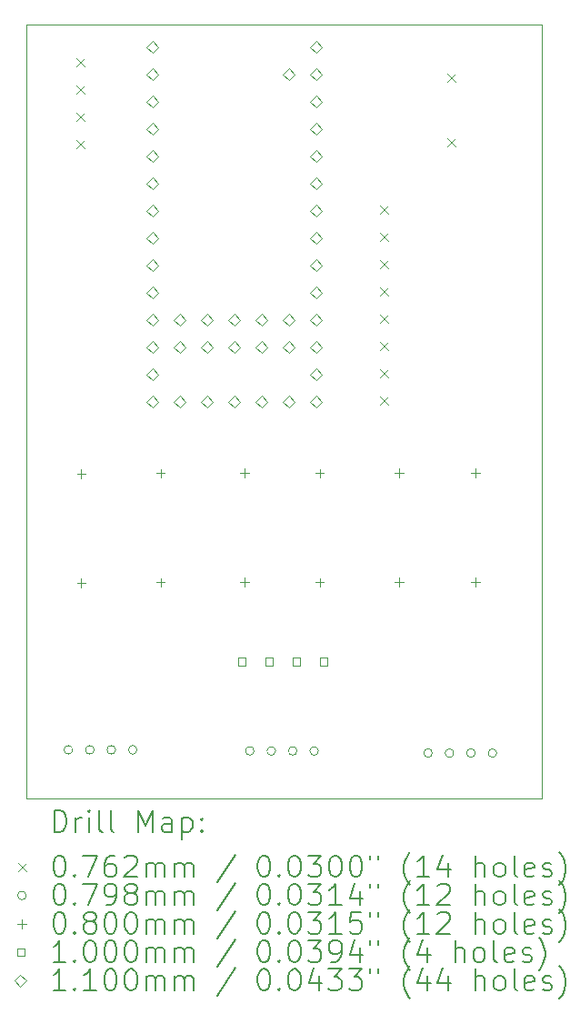
<source format=gbr>
%TF.GenerationSoftware,KiCad,Pcbnew,8.0.5*%
%TF.CreationDate,2024-11-14T23:49:19-08:00*%
%TF.ProjectId,PCB,5043422e-6b69-4636-9164-5f7063625858,rev?*%
%TF.SameCoordinates,Original*%
%TF.FileFunction,Drillmap*%
%TF.FilePolarity,Positive*%
%FSLAX45Y45*%
G04 Gerber Fmt 4.5, Leading zero omitted, Abs format (unit mm)*
G04 Created by KiCad (PCBNEW 8.0.5) date 2024-11-14 23:49:19*
%MOMM*%
%LPD*%
G01*
G04 APERTURE LIST*
%ADD10C,0.038100*%
%ADD11C,0.200000*%
%ADD12C,0.100000*%
%ADD13C,0.110000*%
G04 APERTURE END LIST*
D10*
X6500000Y-6000000D02*
X11300000Y-6000000D01*
X11300000Y-13200000D01*
X6500000Y-13200000D01*
X6500000Y-6000000D01*
D11*
D12*
X6961900Y-6309900D02*
X7038100Y-6386100D01*
X7038100Y-6309900D02*
X6961900Y-6386100D01*
X6961900Y-6563900D02*
X7038100Y-6640100D01*
X7038100Y-6563900D02*
X6961900Y-6640100D01*
X6961900Y-6817900D02*
X7038100Y-6894100D01*
X7038100Y-6817900D02*
X6961900Y-6894100D01*
X6961900Y-7071900D02*
X7038100Y-7148100D01*
X7038100Y-7071900D02*
X6961900Y-7148100D01*
X9790894Y-7685807D02*
X9867094Y-7762007D01*
X9867094Y-7685807D02*
X9790894Y-7762007D01*
X9790894Y-7939807D02*
X9867094Y-8016007D01*
X9867094Y-7939807D02*
X9790894Y-8016007D01*
X9790894Y-8193807D02*
X9867094Y-8270007D01*
X9867094Y-8193807D02*
X9790894Y-8270007D01*
X9790894Y-8447808D02*
X9867094Y-8524008D01*
X9867094Y-8447808D02*
X9790894Y-8524008D01*
X9790894Y-8701808D02*
X9867094Y-8778008D01*
X9867094Y-8701808D02*
X9790894Y-8778008D01*
X9790894Y-8955808D02*
X9867094Y-9032008D01*
X9867094Y-8955808D02*
X9790894Y-9032008D01*
X9790894Y-9209808D02*
X9867094Y-9286008D01*
X9867094Y-9209808D02*
X9790894Y-9286008D01*
X9790894Y-9463808D02*
X9867094Y-9540008D01*
X9867094Y-9463808D02*
X9790894Y-9540008D01*
X10421900Y-6451900D02*
X10498100Y-6528100D01*
X10498100Y-6451900D02*
X10421900Y-6528100D01*
X10421900Y-7051900D02*
X10498100Y-7128100D01*
X10498100Y-7051900D02*
X10421900Y-7128100D01*
X6929904Y-12750000D02*
G75*
G02*
X6850148Y-12750000I-39878J0D01*
G01*
X6850148Y-12750000D02*
G75*
G02*
X6929904Y-12750000I39878J0D01*
G01*
X7130056Y-12750000D02*
G75*
G02*
X7050300Y-12750000I-39878J0D01*
G01*
X7050300Y-12750000D02*
G75*
G02*
X7130056Y-12750000I39878J0D01*
G01*
X7329700Y-12750000D02*
G75*
G02*
X7249944Y-12750000I-39878J0D01*
G01*
X7249944Y-12750000D02*
G75*
G02*
X7329700Y-12750000I39878J0D01*
G01*
X7529852Y-12749988D02*
G75*
G02*
X7450096Y-12749988I-39878J0D01*
G01*
X7450096Y-12749988D02*
G75*
G02*
X7529852Y-12749988I39878J0D01*
G01*
X8619930Y-12760012D02*
G75*
G02*
X8540174Y-12760012I-39878J0D01*
G01*
X8540174Y-12760012D02*
G75*
G02*
X8619930Y-12760012I39878J0D01*
G01*
X8820082Y-12760012D02*
G75*
G02*
X8740326Y-12760012I-39878J0D01*
G01*
X8740326Y-12760012D02*
G75*
G02*
X8820082Y-12760012I39878J0D01*
G01*
X9019726Y-12760012D02*
G75*
G02*
X8939970Y-12760012I-39878J0D01*
G01*
X8939970Y-12760012D02*
G75*
G02*
X9019726Y-12760012I39878J0D01*
G01*
X9219878Y-12760000D02*
G75*
G02*
X9140122Y-12760000I-39878J0D01*
G01*
X9140122Y-12760000D02*
G75*
G02*
X9219878Y-12760000I39878J0D01*
G01*
X10279904Y-12780000D02*
G75*
G02*
X10200148Y-12780000I-39878J0D01*
G01*
X10200148Y-12780000D02*
G75*
G02*
X10279904Y-12780000I39878J0D01*
G01*
X10480056Y-12780000D02*
G75*
G02*
X10400300Y-12780000I-39878J0D01*
G01*
X10400300Y-12780000D02*
G75*
G02*
X10480056Y-12780000I39878J0D01*
G01*
X10679700Y-12780000D02*
G75*
G02*
X10599944Y-12780000I-39878J0D01*
G01*
X10599944Y-12780000D02*
G75*
G02*
X10679700Y-12780000I39878J0D01*
G01*
X10879852Y-12779988D02*
G75*
G02*
X10800096Y-12779988I-39878J0D01*
G01*
X10800096Y-12779988D02*
G75*
G02*
X10879852Y-12779988I39878J0D01*
G01*
X7010000Y-10142000D02*
X7010000Y-10222000D01*
X6970000Y-10182000D02*
X7050000Y-10182000D01*
X7010000Y-11158000D02*
X7010000Y-11238000D01*
X6970000Y-11198000D02*
X7050000Y-11198000D01*
X7750000Y-10136000D02*
X7750000Y-10216000D01*
X7710000Y-10176000D02*
X7790000Y-10176000D01*
X7750000Y-11152000D02*
X7750000Y-11232000D01*
X7710000Y-11192000D02*
X7790000Y-11192000D01*
X8530000Y-10132000D02*
X8530000Y-10212000D01*
X8490000Y-10172000D02*
X8570000Y-10172000D01*
X8530000Y-11148000D02*
X8530000Y-11228000D01*
X8490000Y-11188000D02*
X8570000Y-11188000D01*
X9230000Y-10136000D02*
X9230000Y-10216000D01*
X9190000Y-10176000D02*
X9270000Y-10176000D01*
X9230000Y-11152000D02*
X9230000Y-11232000D01*
X9190000Y-11192000D02*
X9270000Y-11192000D01*
X9970000Y-10132000D02*
X9970000Y-10212000D01*
X9930000Y-10172000D02*
X10010000Y-10172000D01*
X9970000Y-11148000D02*
X9970000Y-11228000D01*
X9930000Y-11188000D02*
X10010000Y-11188000D01*
X10680000Y-10132000D02*
X10680000Y-10212000D01*
X10640000Y-10172000D02*
X10720000Y-10172000D01*
X10680000Y-11148000D02*
X10680000Y-11228000D01*
X10640000Y-11188000D02*
X10720000Y-11188000D01*
X8541356Y-11965356D02*
X8541356Y-11894644D01*
X8470644Y-11894644D01*
X8470644Y-11965356D01*
X8541356Y-11965356D01*
X8795356Y-11965356D02*
X8795356Y-11894644D01*
X8724644Y-11894644D01*
X8724644Y-11965356D01*
X8795356Y-11965356D01*
X9049356Y-11965356D02*
X9049356Y-11894644D01*
X8978644Y-11894644D01*
X8978644Y-11965356D01*
X9049356Y-11965356D01*
X9303356Y-11965356D02*
X9303356Y-11894644D01*
X9232644Y-11894644D01*
X9232644Y-11965356D01*
X9303356Y-11965356D01*
D13*
X7676000Y-6263000D02*
X7731000Y-6208000D01*
X7676000Y-6153000D01*
X7621000Y-6208000D01*
X7676000Y-6263000D01*
X7676000Y-6517000D02*
X7731000Y-6462000D01*
X7676000Y-6407000D01*
X7621000Y-6462000D01*
X7676000Y-6517000D01*
X7676000Y-6771000D02*
X7731000Y-6716000D01*
X7676000Y-6661000D01*
X7621000Y-6716000D01*
X7676000Y-6771000D01*
X7676000Y-7025000D02*
X7731000Y-6970000D01*
X7676000Y-6915000D01*
X7621000Y-6970000D01*
X7676000Y-7025000D01*
X7676000Y-7279000D02*
X7731000Y-7224000D01*
X7676000Y-7169000D01*
X7621000Y-7224000D01*
X7676000Y-7279000D01*
X7676000Y-7533000D02*
X7731000Y-7478000D01*
X7676000Y-7423000D01*
X7621000Y-7478000D01*
X7676000Y-7533000D01*
X7676000Y-7787000D02*
X7731000Y-7732000D01*
X7676000Y-7677000D01*
X7621000Y-7732000D01*
X7676000Y-7787000D01*
X7676000Y-8041000D02*
X7731000Y-7986000D01*
X7676000Y-7931000D01*
X7621000Y-7986000D01*
X7676000Y-8041000D01*
X7676000Y-8295000D02*
X7731000Y-8240000D01*
X7676000Y-8185000D01*
X7621000Y-8240000D01*
X7676000Y-8295000D01*
X7676000Y-8549000D02*
X7731000Y-8494000D01*
X7676000Y-8439000D01*
X7621000Y-8494000D01*
X7676000Y-8549000D01*
X7676000Y-8803000D02*
X7731000Y-8748000D01*
X7676000Y-8693000D01*
X7621000Y-8748000D01*
X7676000Y-8803000D01*
X7676000Y-9057000D02*
X7731000Y-9002000D01*
X7676000Y-8947000D01*
X7621000Y-9002000D01*
X7676000Y-9057000D01*
X7676000Y-9311000D02*
X7731000Y-9256000D01*
X7676000Y-9201000D01*
X7621000Y-9256000D01*
X7676000Y-9311000D01*
X7676000Y-9565000D02*
X7731000Y-9510000D01*
X7676000Y-9455000D01*
X7621000Y-9510000D01*
X7676000Y-9565000D01*
X7930000Y-8803000D02*
X7985000Y-8748000D01*
X7930000Y-8693000D01*
X7875000Y-8748000D01*
X7930000Y-8803000D01*
X7930000Y-9057000D02*
X7985000Y-9002000D01*
X7930000Y-8947000D01*
X7875000Y-9002000D01*
X7930000Y-9057000D01*
X7930000Y-9565000D02*
X7985000Y-9510000D01*
X7930000Y-9455000D01*
X7875000Y-9510000D01*
X7930000Y-9565000D01*
X8184000Y-8803000D02*
X8239000Y-8748000D01*
X8184000Y-8693000D01*
X8129000Y-8748000D01*
X8184000Y-8803000D01*
X8184000Y-9057000D02*
X8239000Y-9002000D01*
X8184000Y-8947000D01*
X8129000Y-9002000D01*
X8184000Y-9057000D01*
X8184000Y-9565000D02*
X8239000Y-9510000D01*
X8184000Y-9455000D01*
X8129000Y-9510000D01*
X8184000Y-9565000D01*
X8438000Y-8803000D02*
X8493000Y-8748000D01*
X8438000Y-8693000D01*
X8383000Y-8748000D01*
X8438000Y-8803000D01*
X8438000Y-9057000D02*
X8493000Y-9002000D01*
X8438000Y-8947000D01*
X8383000Y-9002000D01*
X8438000Y-9057000D01*
X8438000Y-9565000D02*
X8493000Y-9510000D01*
X8438000Y-9455000D01*
X8383000Y-9510000D01*
X8438000Y-9565000D01*
X8692000Y-8803000D02*
X8747000Y-8748000D01*
X8692000Y-8693000D01*
X8637000Y-8748000D01*
X8692000Y-8803000D01*
X8692000Y-9057000D02*
X8747000Y-9002000D01*
X8692000Y-8947000D01*
X8637000Y-9002000D01*
X8692000Y-9057000D01*
X8692000Y-9565000D02*
X8747000Y-9510000D01*
X8692000Y-9455000D01*
X8637000Y-9510000D01*
X8692000Y-9565000D01*
X8946000Y-6517000D02*
X9001000Y-6462000D01*
X8946000Y-6407000D01*
X8891000Y-6462000D01*
X8946000Y-6517000D01*
X8946000Y-8803000D02*
X9001000Y-8748000D01*
X8946000Y-8693000D01*
X8891000Y-8748000D01*
X8946000Y-8803000D01*
X8946000Y-9057000D02*
X9001000Y-9002000D01*
X8946000Y-8947000D01*
X8891000Y-9002000D01*
X8946000Y-9057000D01*
X8946000Y-9565000D02*
X9001000Y-9510000D01*
X8946000Y-9455000D01*
X8891000Y-9510000D01*
X8946000Y-9565000D01*
X9200000Y-6263000D02*
X9255000Y-6208000D01*
X9200000Y-6153000D01*
X9145000Y-6208000D01*
X9200000Y-6263000D01*
X9200000Y-6517000D02*
X9255000Y-6462000D01*
X9200000Y-6407000D01*
X9145000Y-6462000D01*
X9200000Y-6517000D01*
X9200000Y-6771000D02*
X9255000Y-6716000D01*
X9200000Y-6661000D01*
X9145000Y-6716000D01*
X9200000Y-6771000D01*
X9200000Y-7025000D02*
X9255000Y-6970000D01*
X9200000Y-6915000D01*
X9145000Y-6970000D01*
X9200000Y-7025000D01*
X9200000Y-7279000D02*
X9255000Y-7224000D01*
X9200000Y-7169000D01*
X9145000Y-7224000D01*
X9200000Y-7279000D01*
X9200000Y-7533000D02*
X9255000Y-7478000D01*
X9200000Y-7423000D01*
X9145000Y-7478000D01*
X9200000Y-7533000D01*
X9200000Y-7787000D02*
X9255000Y-7732000D01*
X9200000Y-7677000D01*
X9145000Y-7732000D01*
X9200000Y-7787000D01*
X9200000Y-8041000D02*
X9255000Y-7986000D01*
X9200000Y-7931000D01*
X9145000Y-7986000D01*
X9200000Y-8041000D01*
X9200000Y-8295000D02*
X9255000Y-8240000D01*
X9200000Y-8185000D01*
X9145000Y-8240000D01*
X9200000Y-8295000D01*
X9200000Y-8549000D02*
X9255000Y-8494000D01*
X9200000Y-8439000D01*
X9145000Y-8494000D01*
X9200000Y-8549000D01*
X9200000Y-8803000D02*
X9255000Y-8748000D01*
X9200000Y-8693000D01*
X9145000Y-8748000D01*
X9200000Y-8803000D01*
X9200000Y-9057000D02*
X9255000Y-9002000D01*
X9200000Y-8947000D01*
X9145000Y-9002000D01*
X9200000Y-9057000D01*
X9200000Y-9311000D02*
X9255000Y-9256000D01*
X9200000Y-9201000D01*
X9145000Y-9256000D01*
X9200000Y-9311000D01*
X9200000Y-9565000D02*
X9255000Y-9510000D01*
X9200000Y-9455000D01*
X9145000Y-9510000D01*
X9200000Y-9565000D01*
D11*
X6758872Y-13513389D02*
X6758872Y-13313389D01*
X6758872Y-13313389D02*
X6806491Y-13313389D01*
X6806491Y-13313389D02*
X6835062Y-13322913D01*
X6835062Y-13322913D02*
X6854110Y-13341960D01*
X6854110Y-13341960D02*
X6863634Y-13361008D01*
X6863634Y-13361008D02*
X6873157Y-13399103D01*
X6873157Y-13399103D02*
X6873157Y-13427674D01*
X6873157Y-13427674D02*
X6863634Y-13465770D01*
X6863634Y-13465770D02*
X6854110Y-13484817D01*
X6854110Y-13484817D02*
X6835062Y-13503865D01*
X6835062Y-13503865D02*
X6806491Y-13513389D01*
X6806491Y-13513389D02*
X6758872Y-13513389D01*
X6958872Y-13513389D02*
X6958872Y-13380055D01*
X6958872Y-13418151D02*
X6968396Y-13399103D01*
X6968396Y-13399103D02*
X6977919Y-13389579D01*
X6977919Y-13389579D02*
X6996967Y-13380055D01*
X6996967Y-13380055D02*
X7016015Y-13380055D01*
X7082681Y-13513389D02*
X7082681Y-13380055D01*
X7082681Y-13313389D02*
X7073157Y-13322913D01*
X7073157Y-13322913D02*
X7082681Y-13332436D01*
X7082681Y-13332436D02*
X7092205Y-13322913D01*
X7092205Y-13322913D02*
X7082681Y-13313389D01*
X7082681Y-13313389D02*
X7082681Y-13332436D01*
X7206491Y-13513389D02*
X7187443Y-13503865D01*
X7187443Y-13503865D02*
X7177919Y-13484817D01*
X7177919Y-13484817D02*
X7177919Y-13313389D01*
X7311253Y-13513389D02*
X7292205Y-13503865D01*
X7292205Y-13503865D02*
X7282681Y-13484817D01*
X7282681Y-13484817D02*
X7282681Y-13313389D01*
X7539824Y-13513389D02*
X7539824Y-13313389D01*
X7539824Y-13313389D02*
X7606491Y-13456246D01*
X7606491Y-13456246D02*
X7673157Y-13313389D01*
X7673157Y-13313389D02*
X7673157Y-13513389D01*
X7854110Y-13513389D02*
X7854110Y-13408627D01*
X7854110Y-13408627D02*
X7844586Y-13389579D01*
X7844586Y-13389579D02*
X7825538Y-13380055D01*
X7825538Y-13380055D02*
X7787443Y-13380055D01*
X7787443Y-13380055D02*
X7768396Y-13389579D01*
X7854110Y-13503865D02*
X7835062Y-13513389D01*
X7835062Y-13513389D02*
X7787443Y-13513389D01*
X7787443Y-13513389D02*
X7768396Y-13503865D01*
X7768396Y-13503865D02*
X7758872Y-13484817D01*
X7758872Y-13484817D02*
X7758872Y-13465770D01*
X7758872Y-13465770D02*
X7768396Y-13446722D01*
X7768396Y-13446722D02*
X7787443Y-13437198D01*
X7787443Y-13437198D02*
X7835062Y-13437198D01*
X7835062Y-13437198D02*
X7854110Y-13427674D01*
X7949348Y-13380055D02*
X7949348Y-13580055D01*
X7949348Y-13389579D02*
X7968396Y-13380055D01*
X7968396Y-13380055D02*
X8006491Y-13380055D01*
X8006491Y-13380055D02*
X8025538Y-13389579D01*
X8025538Y-13389579D02*
X8035062Y-13399103D01*
X8035062Y-13399103D02*
X8044586Y-13418151D01*
X8044586Y-13418151D02*
X8044586Y-13475293D01*
X8044586Y-13475293D02*
X8035062Y-13494341D01*
X8035062Y-13494341D02*
X8025538Y-13503865D01*
X8025538Y-13503865D02*
X8006491Y-13513389D01*
X8006491Y-13513389D02*
X7968396Y-13513389D01*
X7968396Y-13513389D02*
X7949348Y-13503865D01*
X8130300Y-13494341D02*
X8139824Y-13503865D01*
X8139824Y-13503865D02*
X8130300Y-13513389D01*
X8130300Y-13513389D02*
X8120777Y-13503865D01*
X8120777Y-13503865D02*
X8130300Y-13494341D01*
X8130300Y-13494341D02*
X8130300Y-13513389D01*
X8130300Y-13389579D02*
X8139824Y-13399103D01*
X8139824Y-13399103D02*
X8130300Y-13408627D01*
X8130300Y-13408627D02*
X8120777Y-13399103D01*
X8120777Y-13399103D02*
X8130300Y-13389579D01*
X8130300Y-13389579D02*
X8130300Y-13408627D01*
D12*
X6421895Y-13803805D02*
X6498095Y-13880005D01*
X6498095Y-13803805D02*
X6421895Y-13880005D01*
D11*
X6796967Y-13733389D02*
X6816015Y-13733389D01*
X6816015Y-13733389D02*
X6835062Y-13742913D01*
X6835062Y-13742913D02*
X6844586Y-13752436D01*
X6844586Y-13752436D02*
X6854110Y-13771484D01*
X6854110Y-13771484D02*
X6863634Y-13809579D01*
X6863634Y-13809579D02*
X6863634Y-13857198D01*
X6863634Y-13857198D02*
X6854110Y-13895293D01*
X6854110Y-13895293D02*
X6844586Y-13914341D01*
X6844586Y-13914341D02*
X6835062Y-13923865D01*
X6835062Y-13923865D02*
X6816015Y-13933389D01*
X6816015Y-13933389D02*
X6796967Y-13933389D01*
X6796967Y-13933389D02*
X6777919Y-13923865D01*
X6777919Y-13923865D02*
X6768396Y-13914341D01*
X6768396Y-13914341D02*
X6758872Y-13895293D01*
X6758872Y-13895293D02*
X6749348Y-13857198D01*
X6749348Y-13857198D02*
X6749348Y-13809579D01*
X6749348Y-13809579D02*
X6758872Y-13771484D01*
X6758872Y-13771484D02*
X6768396Y-13752436D01*
X6768396Y-13752436D02*
X6777919Y-13742913D01*
X6777919Y-13742913D02*
X6796967Y-13733389D01*
X6949348Y-13914341D02*
X6958872Y-13923865D01*
X6958872Y-13923865D02*
X6949348Y-13933389D01*
X6949348Y-13933389D02*
X6939824Y-13923865D01*
X6939824Y-13923865D02*
X6949348Y-13914341D01*
X6949348Y-13914341D02*
X6949348Y-13933389D01*
X7025538Y-13733389D02*
X7158872Y-13733389D01*
X7158872Y-13733389D02*
X7073157Y-13933389D01*
X7320777Y-13733389D02*
X7282681Y-13733389D01*
X7282681Y-13733389D02*
X7263634Y-13742913D01*
X7263634Y-13742913D02*
X7254110Y-13752436D01*
X7254110Y-13752436D02*
X7235062Y-13781008D01*
X7235062Y-13781008D02*
X7225538Y-13819103D01*
X7225538Y-13819103D02*
X7225538Y-13895293D01*
X7225538Y-13895293D02*
X7235062Y-13914341D01*
X7235062Y-13914341D02*
X7244586Y-13923865D01*
X7244586Y-13923865D02*
X7263634Y-13933389D01*
X7263634Y-13933389D02*
X7301729Y-13933389D01*
X7301729Y-13933389D02*
X7320777Y-13923865D01*
X7320777Y-13923865D02*
X7330300Y-13914341D01*
X7330300Y-13914341D02*
X7339824Y-13895293D01*
X7339824Y-13895293D02*
X7339824Y-13847674D01*
X7339824Y-13847674D02*
X7330300Y-13828627D01*
X7330300Y-13828627D02*
X7320777Y-13819103D01*
X7320777Y-13819103D02*
X7301729Y-13809579D01*
X7301729Y-13809579D02*
X7263634Y-13809579D01*
X7263634Y-13809579D02*
X7244586Y-13819103D01*
X7244586Y-13819103D02*
X7235062Y-13828627D01*
X7235062Y-13828627D02*
X7225538Y-13847674D01*
X7416015Y-13752436D02*
X7425538Y-13742913D01*
X7425538Y-13742913D02*
X7444586Y-13733389D01*
X7444586Y-13733389D02*
X7492205Y-13733389D01*
X7492205Y-13733389D02*
X7511253Y-13742913D01*
X7511253Y-13742913D02*
X7520777Y-13752436D01*
X7520777Y-13752436D02*
X7530300Y-13771484D01*
X7530300Y-13771484D02*
X7530300Y-13790532D01*
X7530300Y-13790532D02*
X7520777Y-13819103D01*
X7520777Y-13819103D02*
X7406491Y-13933389D01*
X7406491Y-13933389D02*
X7530300Y-13933389D01*
X7616015Y-13933389D02*
X7616015Y-13800055D01*
X7616015Y-13819103D02*
X7625538Y-13809579D01*
X7625538Y-13809579D02*
X7644586Y-13800055D01*
X7644586Y-13800055D02*
X7673158Y-13800055D01*
X7673158Y-13800055D02*
X7692205Y-13809579D01*
X7692205Y-13809579D02*
X7701729Y-13828627D01*
X7701729Y-13828627D02*
X7701729Y-13933389D01*
X7701729Y-13828627D02*
X7711253Y-13809579D01*
X7711253Y-13809579D02*
X7730300Y-13800055D01*
X7730300Y-13800055D02*
X7758872Y-13800055D01*
X7758872Y-13800055D02*
X7777919Y-13809579D01*
X7777919Y-13809579D02*
X7787443Y-13828627D01*
X7787443Y-13828627D02*
X7787443Y-13933389D01*
X7882681Y-13933389D02*
X7882681Y-13800055D01*
X7882681Y-13819103D02*
X7892205Y-13809579D01*
X7892205Y-13809579D02*
X7911253Y-13800055D01*
X7911253Y-13800055D02*
X7939824Y-13800055D01*
X7939824Y-13800055D02*
X7958872Y-13809579D01*
X7958872Y-13809579D02*
X7968396Y-13828627D01*
X7968396Y-13828627D02*
X7968396Y-13933389D01*
X7968396Y-13828627D02*
X7977919Y-13809579D01*
X7977919Y-13809579D02*
X7996967Y-13800055D01*
X7996967Y-13800055D02*
X8025538Y-13800055D01*
X8025538Y-13800055D02*
X8044586Y-13809579D01*
X8044586Y-13809579D02*
X8054110Y-13828627D01*
X8054110Y-13828627D02*
X8054110Y-13933389D01*
X8444586Y-13723865D02*
X8273158Y-13981008D01*
X8701729Y-13733389D02*
X8720777Y-13733389D01*
X8720777Y-13733389D02*
X8739824Y-13742913D01*
X8739824Y-13742913D02*
X8749348Y-13752436D01*
X8749348Y-13752436D02*
X8758872Y-13771484D01*
X8758872Y-13771484D02*
X8768396Y-13809579D01*
X8768396Y-13809579D02*
X8768396Y-13857198D01*
X8768396Y-13857198D02*
X8758872Y-13895293D01*
X8758872Y-13895293D02*
X8749348Y-13914341D01*
X8749348Y-13914341D02*
X8739824Y-13923865D01*
X8739824Y-13923865D02*
X8720777Y-13933389D01*
X8720777Y-13933389D02*
X8701729Y-13933389D01*
X8701729Y-13933389D02*
X8682682Y-13923865D01*
X8682682Y-13923865D02*
X8673158Y-13914341D01*
X8673158Y-13914341D02*
X8663634Y-13895293D01*
X8663634Y-13895293D02*
X8654110Y-13857198D01*
X8654110Y-13857198D02*
X8654110Y-13809579D01*
X8654110Y-13809579D02*
X8663634Y-13771484D01*
X8663634Y-13771484D02*
X8673158Y-13752436D01*
X8673158Y-13752436D02*
X8682682Y-13742913D01*
X8682682Y-13742913D02*
X8701729Y-13733389D01*
X8854110Y-13914341D02*
X8863634Y-13923865D01*
X8863634Y-13923865D02*
X8854110Y-13933389D01*
X8854110Y-13933389D02*
X8844586Y-13923865D01*
X8844586Y-13923865D02*
X8854110Y-13914341D01*
X8854110Y-13914341D02*
X8854110Y-13933389D01*
X8987443Y-13733389D02*
X9006491Y-13733389D01*
X9006491Y-13733389D02*
X9025539Y-13742913D01*
X9025539Y-13742913D02*
X9035063Y-13752436D01*
X9035063Y-13752436D02*
X9044586Y-13771484D01*
X9044586Y-13771484D02*
X9054110Y-13809579D01*
X9054110Y-13809579D02*
X9054110Y-13857198D01*
X9054110Y-13857198D02*
X9044586Y-13895293D01*
X9044586Y-13895293D02*
X9035063Y-13914341D01*
X9035063Y-13914341D02*
X9025539Y-13923865D01*
X9025539Y-13923865D02*
X9006491Y-13933389D01*
X9006491Y-13933389D02*
X8987443Y-13933389D01*
X8987443Y-13933389D02*
X8968396Y-13923865D01*
X8968396Y-13923865D02*
X8958872Y-13914341D01*
X8958872Y-13914341D02*
X8949348Y-13895293D01*
X8949348Y-13895293D02*
X8939824Y-13857198D01*
X8939824Y-13857198D02*
X8939824Y-13809579D01*
X8939824Y-13809579D02*
X8949348Y-13771484D01*
X8949348Y-13771484D02*
X8958872Y-13752436D01*
X8958872Y-13752436D02*
X8968396Y-13742913D01*
X8968396Y-13742913D02*
X8987443Y-13733389D01*
X9120777Y-13733389D02*
X9244586Y-13733389D01*
X9244586Y-13733389D02*
X9177920Y-13809579D01*
X9177920Y-13809579D02*
X9206491Y-13809579D01*
X9206491Y-13809579D02*
X9225539Y-13819103D01*
X9225539Y-13819103D02*
X9235063Y-13828627D01*
X9235063Y-13828627D02*
X9244586Y-13847674D01*
X9244586Y-13847674D02*
X9244586Y-13895293D01*
X9244586Y-13895293D02*
X9235063Y-13914341D01*
X9235063Y-13914341D02*
X9225539Y-13923865D01*
X9225539Y-13923865D02*
X9206491Y-13933389D01*
X9206491Y-13933389D02*
X9149348Y-13933389D01*
X9149348Y-13933389D02*
X9130301Y-13923865D01*
X9130301Y-13923865D02*
X9120777Y-13914341D01*
X9368396Y-13733389D02*
X9387444Y-13733389D01*
X9387444Y-13733389D02*
X9406491Y-13742913D01*
X9406491Y-13742913D02*
X9416015Y-13752436D01*
X9416015Y-13752436D02*
X9425539Y-13771484D01*
X9425539Y-13771484D02*
X9435063Y-13809579D01*
X9435063Y-13809579D02*
X9435063Y-13857198D01*
X9435063Y-13857198D02*
X9425539Y-13895293D01*
X9425539Y-13895293D02*
X9416015Y-13914341D01*
X9416015Y-13914341D02*
X9406491Y-13923865D01*
X9406491Y-13923865D02*
X9387444Y-13933389D01*
X9387444Y-13933389D02*
X9368396Y-13933389D01*
X9368396Y-13933389D02*
X9349348Y-13923865D01*
X9349348Y-13923865D02*
X9339824Y-13914341D01*
X9339824Y-13914341D02*
X9330301Y-13895293D01*
X9330301Y-13895293D02*
X9320777Y-13857198D01*
X9320777Y-13857198D02*
X9320777Y-13809579D01*
X9320777Y-13809579D02*
X9330301Y-13771484D01*
X9330301Y-13771484D02*
X9339824Y-13752436D01*
X9339824Y-13752436D02*
X9349348Y-13742913D01*
X9349348Y-13742913D02*
X9368396Y-13733389D01*
X9558872Y-13733389D02*
X9577920Y-13733389D01*
X9577920Y-13733389D02*
X9596967Y-13742913D01*
X9596967Y-13742913D02*
X9606491Y-13752436D01*
X9606491Y-13752436D02*
X9616015Y-13771484D01*
X9616015Y-13771484D02*
X9625539Y-13809579D01*
X9625539Y-13809579D02*
X9625539Y-13857198D01*
X9625539Y-13857198D02*
X9616015Y-13895293D01*
X9616015Y-13895293D02*
X9606491Y-13914341D01*
X9606491Y-13914341D02*
X9596967Y-13923865D01*
X9596967Y-13923865D02*
X9577920Y-13933389D01*
X9577920Y-13933389D02*
X9558872Y-13933389D01*
X9558872Y-13933389D02*
X9539824Y-13923865D01*
X9539824Y-13923865D02*
X9530301Y-13914341D01*
X9530301Y-13914341D02*
X9520777Y-13895293D01*
X9520777Y-13895293D02*
X9511253Y-13857198D01*
X9511253Y-13857198D02*
X9511253Y-13809579D01*
X9511253Y-13809579D02*
X9520777Y-13771484D01*
X9520777Y-13771484D02*
X9530301Y-13752436D01*
X9530301Y-13752436D02*
X9539824Y-13742913D01*
X9539824Y-13742913D02*
X9558872Y-13733389D01*
X9701729Y-13733389D02*
X9701729Y-13771484D01*
X9777920Y-13733389D02*
X9777920Y-13771484D01*
X10073158Y-14009579D02*
X10063634Y-14000055D01*
X10063634Y-14000055D02*
X10044586Y-13971484D01*
X10044586Y-13971484D02*
X10035063Y-13952436D01*
X10035063Y-13952436D02*
X10025539Y-13923865D01*
X10025539Y-13923865D02*
X10016015Y-13876246D01*
X10016015Y-13876246D02*
X10016015Y-13838151D01*
X10016015Y-13838151D02*
X10025539Y-13790532D01*
X10025539Y-13790532D02*
X10035063Y-13761960D01*
X10035063Y-13761960D02*
X10044586Y-13742913D01*
X10044586Y-13742913D02*
X10063634Y-13714341D01*
X10063634Y-13714341D02*
X10073158Y-13704817D01*
X10254110Y-13933389D02*
X10139825Y-13933389D01*
X10196967Y-13933389D02*
X10196967Y-13733389D01*
X10196967Y-13733389D02*
X10177920Y-13761960D01*
X10177920Y-13761960D02*
X10158872Y-13781008D01*
X10158872Y-13781008D02*
X10139825Y-13790532D01*
X10425539Y-13800055D02*
X10425539Y-13933389D01*
X10377920Y-13723865D02*
X10330301Y-13866722D01*
X10330301Y-13866722D02*
X10454110Y-13866722D01*
X10682682Y-13933389D02*
X10682682Y-13733389D01*
X10768396Y-13933389D02*
X10768396Y-13828627D01*
X10768396Y-13828627D02*
X10758872Y-13809579D01*
X10758872Y-13809579D02*
X10739825Y-13800055D01*
X10739825Y-13800055D02*
X10711253Y-13800055D01*
X10711253Y-13800055D02*
X10692206Y-13809579D01*
X10692206Y-13809579D02*
X10682682Y-13819103D01*
X10892206Y-13933389D02*
X10873158Y-13923865D01*
X10873158Y-13923865D02*
X10863634Y-13914341D01*
X10863634Y-13914341D02*
X10854110Y-13895293D01*
X10854110Y-13895293D02*
X10854110Y-13838151D01*
X10854110Y-13838151D02*
X10863634Y-13819103D01*
X10863634Y-13819103D02*
X10873158Y-13809579D01*
X10873158Y-13809579D02*
X10892206Y-13800055D01*
X10892206Y-13800055D02*
X10920777Y-13800055D01*
X10920777Y-13800055D02*
X10939825Y-13809579D01*
X10939825Y-13809579D02*
X10949348Y-13819103D01*
X10949348Y-13819103D02*
X10958872Y-13838151D01*
X10958872Y-13838151D02*
X10958872Y-13895293D01*
X10958872Y-13895293D02*
X10949348Y-13914341D01*
X10949348Y-13914341D02*
X10939825Y-13923865D01*
X10939825Y-13923865D02*
X10920777Y-13933389D01*
X10920777Y-13933389D02*
X10892206Y-13933389D01*
X11073158Y-13933389D02*
X11054110Y-13923865D01*
X11054110Y-13923865D02*
X11044587Y-13904817D01*
X11044587Y-13904817D02*
X11044587Y-13733389D01*
X11225539Y-13923865D02*
X11206491Y-13933389D01*
X11206491Y-13933389D02*
X11168396Y-13933389D01*
X11168396Y-13933389D02*
X11149348Y-13923865D01*
X11149348Y-13923865D02*
X11139825Y-13904817D01*
X11139825Y-13904817D02*
X11139825Y-13828627D01*
X11139825Y-13828627D02*
X11149348Y-13809579D01*
X11149348Y-13809579D02*
X11168396Y-13800055D01*
X11168396Y-13800055D02*
X11206491Y-13800055D01*
X11206491Y-13800055D02*
X11225539Y-13809579D01*
X11225539Y-13809579D02*
X11235063Y-13828627D01*
X11235063Y-13828627D02*
X11235063Y-13847674D01*
X11235063Y-13847674D02*
X11139825Y-13866722D01*
X11311253Y-13923865D02*
X11330301Y-13933389D01*
X11330301Y-13933389D02*
X11368396Y-13933389D01*
X11368396Y-13933389D02*
X11387444Y-13923865D01*
X11387444Y-13923865D02*
X11396967Y-13904817D01*
X11396967Y-13904817D02*
X11396967Y-13895293D01*
X11396967Y-13895293D02*
X11387444Y-13876246D01*
X11387444Y-13876246D02*
X11368396Y-13866722D01*
X11368396Y-13866722D02*
X11339825Y-13866722D01*
X11339825Y-13866722D02*
X11320777Y-13857198D01*
X11320777Y-13857198D02*
X11311253Y-13838151D01*
X11311253Y-13838151D02*
X11311253Y-13828627D01*
X11311253Y-13828627D02*
X11320777Y-13809579D01*
X11320777Y-13809579D02*
X11339825Y-13800055D01*
X11339825Y-13800055D02*
X11368396Y-13800055D01*
X11368396Y-13800055D02*
X11387444Y-13809579D01*
X11463634Y-14009579D02*
X11473158Y-14000055D01*
X11473158Y-14000055D02*
X11492206Y-13971484D01*
X11492206Y-13971484D02*
X11501729Y-13952436D01*
X11501729Y-13952436D02*
X11511253Y-13923865D01*
X11511253Y-13923865D02*
X11520777Y-13876246D01*
X11520777Y-13876246D02*
X11520777Y-13838151D01*
X11520777Y-13838151D02*
X11511253Y-13790532D01*
X11511253Y-13790532D02*
X11501729Y-13761960D01*
X11501729Y-13761960D02*
X11492206Y-13742913D01*
X11492206Y-13742913D02*
X11473158Y-13714341D01*
X11473158Y-13714341D02*
X11463634Y-13704817D01*
D12*
X6498095Y-14105905D02*
G75*
G02*
X6418339Y-14105905I-39878J0D01*
G01*
X6418339Y-14105905D02*
G75*
G02*
X6498095Y-14105905I39878J0D01*
G01*
D11*
X6796967Y-13997389D02*
X6816015Y-13997389D01*
X6816015Y-13997389D02*
X6835062Y-14006913D01*
X6835062Y-14006913D02*
X6844586Y-14016436D01*
X6844586Y-14016436D02*
X6854110Y-14035484D01*
X6854110Y-14035484D02*
X6863634Y-14073579D01*
X6863634Y-14073579D02*
X6863634Y-14121198D01*
X6863634Y-14121198D02*
X6854110Y-14159293D01*
X6854110Y-14159293D02*
X6844586Y-14178341D01*
X6844586Y-14178341D02*
X6835062Y-14187865D01*
X6835062Y-14187865D02*
X6816015Y-14197389D01*
X6816015Y-14197389D02*
X6796967Y-14197389D01*
X6796967Y-14197389D02*
X6777919Y-14187865D01*
X6777919Y-14187865D02*
X6768396Y-14178341D01*
X6768396Y-14178341D02*
X6758872Y-14159293D01*
X6758872Y-14159293D02*
X6749348Y-14121198D01*
X6749348Y-14121198D02*
X6749348Y-14073579D01*
X6749348Y-14073579D02*
X6758872Y-14035484D01*
X6758872Y-14035484D02*
X6768396Y-14016436D01*
X6768396Y-14016436D02*
X6777919Y-14006913D01*
X6777919Y-14006913D02*
X6796967Y-13997389D01*
X6949348Y-14178341D02*
X6958872Y-14187865D01*
X6958872Y-14187865D02*
X6949348Y-14197389D01*
X6949348Y-14197389D02*
X6939824Y-14187865D01*
X6939824Y-14187865D02*
X6949348Y-14178341D01*
X6949348Y-14178341D02*
X6949348Y-14197389D01*
X7025538Y-13997389D02*
X7158872Y-13997389D01*
X7158872Y-13997389D02*
X7073157Y-14197389D01*
X7244586Y-14197389D02*
X7282681Y-14197389D01*
X7282681Y-14197389D02*
X7301729Y-14187865D01*
X7301729Y-14187865D02*
X7311253Y-14178341D01*
X7311253Y-14178341D02*
X7330300Y-14149770D01*
X7330300Y-14149770D02*
X7339824Y-14111674D01*
X7339824Y-14111674D02*
X7339824Y-14035484D01*
X7339824Y-14035484D02*
X7330300Y-14016436D01*
X7330300Y-14016436D02*
X7320777Y-14006913D01*
X7320777Y-14006913D02*
X7301729Y-13997389D01*
X7301729Y-13997389D02*
X7263634Y-13997389D01*
X7263634Y-13997389D02*
X7244586Y-14006913D01*
X7244586Y-14006913D02*
X7235062Y-14016436D01*
X7235062Y-14016436D02*
X7225538Y-14035484D01*
X7225538Y-14035484D02*
X7225538Y-14083103D01*
X7225538Y-14083103D02*
X7235062Y-14102151D01*
X7235062Y-14102151D02*
X7244586Y-14111674D01*
X7244586Y-14111674D02*
X7263634Y-14121198D01*
X7263634Y-14121198D02*
X7301729Y-14121198D01*
X7301729Y-14121198D02*
X7320777Y-14111674D01*
X7320777Y-14111674D02*
X7330300Y-14102151D01*
X7330300Y-14102151D02*
X7339824Y-14083103D01*
X7454110Y-14083103D02*
X7435062Y-14073579D01*
X7435062Y-14073579D02*
X7425538Y-14064055D01*
X7425538Y-14064055D02*
X7416015Y-14045008D01*
X7416015Y-14045008D02*
X7416015Y-14035484D01*
X7416015Y-14035484D02*
X7425538Y-14016436D01*
X7425538Y-14016436D02*
X7435062Y-14006913D01*
X7435062Y-14006913D02*
X7454110Y-13997389D01*
X7454110Y-13997389D02*
X7492205Y-13997389D01*
X7492205Y-13997389D02*
X7511253Y-14006913D01*
X7511253Y-14006913D02*
X7520777Y-14016436D01*
X7520777Y-14016436D02*
X7530300Y-14035484D01*
X7530300Y-14035484D02*
X7530300Y-14045008D01*
X7530300Y-14045008D02*
X7520777Y-14064055D01*
X7520777Y-14064055D02*
X7511253Y-14073579D01*
X7511253Y-14073579D02*
X7492205Y-14083103D01*
X7492205Y-14083103D02*
X7454110Y-14083103D01*
X7454110Y-14083103D02*
X7435062Y-14092627D01*
X7435062Y-14092627D02*
X7425538Y-14102151D01*
X7425538Y-14102151D02*
X7416015Y-14121198D01*
X7416015Y-14121198D02*
X7416015Y-14159293D01*
X7416015Y-14159293D02*
X7425538Y-14178341D01*
X7425538Y-14178341D02*
X7435062Y-14187865D01*
X7435062Y-14187865D02*
X7454110Y-14197389D01*
X7454110Y-14197389D02*
X7492205Y-14197389D01*
X7492205Y-14197389D02*
X7511253Y-14187865D01*
X7511253Y-14187865D02*
X7520777Y-14178341D01*
X7520777Y-14178341D02*
X7530300Y-14159293D01*
X7530300Y-14159293D02*
X7530300Y-14121198D01*
X7530300Y-14121198D02*
X7520777Y-14102151D01*
X7520777Y-14102151D02*
X7511253Y-14092627D01*
X7511253Y-14092627D02*
X7492205Y-14083103D01*
X7616015Y-14197389D02*
X7616015Y-14064055D01*
X7616015Y-14083103D02*
X7625538Y-14073579D01*
X7625538Y-14073579D02*
X7644586Y-14064055D01*
X7644586Y-14064055D02*
X7673158Y-14064055D01*
X7673158Y-14064055D02*
X7692205Y-14073579D01*
X7692205Y-14073579D02*
X7701729Y-14092627D01*
X7701729Y-14092627D02*
X7701729Y-14197389D01*
X7701729Y-14092627D02*
X7711253Y-14073579D01*
X7711253Y-14073579D02*
X7730300Y-14064055D01*
X7730300Y-14064055D02*
X7758872Y-14064055D01*
X7758872Y-14064055D02*
X7777919Y-14073579D01*
X7777919Y-14073579D02*
X7787443Y-14092627D01*
X7787443Y-14092627D02*
X7787443Y-14197389D01*
X7882681Y-14197389D02*
X7882681Y-14064055D01*
X7882681Y-14083103D02*
X7892205Y-14073579D01*
X7892205Y-14073579D02*
X7911253Y-14064055D01*
X7911253Y-14064055D02*
X7939824Y-14064055D01*
X7939824Y-14064055D02*
X7958872Y-14073579D01*
X7958872Y-14073579D02*
X7968396Y-14092627D01*
X7968396Y-14092627D02*
X7968396Y-14197389D01*
X7968396Y-14092627D02*
X7977919Y-14073579D01*
X7977919Y-14073579D02*
X7996967Y-14064055D01*
X7996967Y-14064055D02*
X8025538Y-14064055D01*
X8025538Y-14064055D02*
X8044586Y-14073579D01*
X8044586Y-14073579D02*
X8054110Y-14092627D01*
X8054110Y-14092627D02*
X8054110Y-14197389D01*
X8444586Y-13987865D02*
X8273158Y-14245008D01*
X8701729Y-13997389D02*
X8720777Y-13997389D01*
X8720777Y-13997389D02*
X8739824Y-14006913D01*
X8739824Y-14006913D02*
X8749348Y-14016436D01*
X8749348Y-14016436D02*
X8758872Y-14035484D01*
X8758872Y-14035484D02*
X8768396Y-14073579D01*
X8768396Y-14073579D02*
X8768396Y-14121198D01*
X8768396Y-14121198D02*
X8758872Y-14159293D01*
X8758872Y-14159293D02*
X8749348Y-14178341D01*
X8749348Y-14178341D02*
X8739824Y-14187865D01*
X8739824Y-14187865D02*
X8720777Y-14197389D01*
X8720777Y-14197389D02*
X8701729Y-14197389D01*
X8701729Y-14197389D02*
X8682682Y-14187865D01*
X8682682Y-14187865D02*
X8673158Y-14178341D01*
X8673158Y-14178341D02*
X8663634Y-14159293D01*
X8663634Y-14159293D02*
X8654110Y-14121198D01*
X8654110Y-14121198D02*
X8654110Y-14073579D01*
X8654110Y-14073579D02*
X8663634Y-14035484D01*
X8663634Y-14035484D02*
X8673158Y-14016436D01*
X8673158Y-14016436D02*
X8682682Y-14006913D01*
X8682682Y-14006913D02*
X8701729Y-13997389D01*
X8854110Y-14178341D02*
X8863634Y-14187865D01*
X8863634Y-14187865D02*
X8854110Y-14197389D01*
X8854110Y-14197389D02*
X8844586Y-14187865D01*
X8844586Y-14187865D02*
X8854110Y-14178341D01*
X8854110Y-14178341D02*
X8854110Y-14197389D01*
X8987443Y-13997389D02*
X9006491Y-13997389D01*
X9006491Y-13997389D02*
X9025539Y-14006913D01*
X9025539Y-14006913D02*
X9035063Y-14016436D01*
X9035063Y-14016436D02*
X9044586Y-14035484D01*
X9044586Y-14035484D02*
X9054110Y-14073579D01*
X9054110Y-14073579D02*
X9054110Y-14121198D01*
X9054110Y-14121198D02*
X9044586Y-14159293D01*
X9044586Y-14159293D02*
X9035063Y-14178341D01*
X9035063Y-14178341D02*
X9025539Y-14187865D01*
X9025539Y-14187865D02*
X9006491Y-14197389D01*
X9006491Y-14197389D02*
X8987443Y-14197389D01*
X8987443Y-14197389D02*
X8968396Y-14187865D01*
X8968396Y-14187865D02*
X8958872Y-14178341D01*
X8958872Y-14178341D02*
X8949348Y-14159293D01*
X8949348Y-14159293D02*
X8939824Y-14121198D01*
X8939824Y-14121198D02*
X8939824Y-14073579D01*
X8939824Y-14073579D02*
X8949348Y-14035484D01*
X8949348Y-14035484D02*
X8958872Y-14016436D01*
X8958872Y-14016436D02*
X8968396Y-14006913D01*
X8968396Y-14006913D02*
X8987443Y-13997389D01*
X9120777Y-13997389D02*
X9244586Y-13997389D01*
X9244586Y-13997389D02*
X9177920Y-14073579D01*
X9177920Y-14073579D02*
X9206491Y-14073579D01*
X9206491Y-14073579D02*
X9225539Y-14083103D01*
X9225539Y-14083103D02*
X9235063Y-14092627D01*
X9235063Y-14092627D02*
X9244586Y-14111674D01*
X9244586Y-14111674D02*
X9244586Y-14159293D01*
X9244586Y-14159293D02*
X9235063Y-14178341D01*
X9235063Y-14178341D02*
X9225539Y-14187865D01*
X9225539Y-14187865D02*
X9206491Y-14197389D01*
X9206491Y-14197389D02*
X9149348Y-14197389D01*
X9149348Y-14197389D02*
X9130301Y-14187865D01*
X9130301Y-14187865D02*
X9120777Y-14178341D01*
X9435063Y-14197389D02*
X9320777Y-14197389D01*
X9377920Y-14197389D02*
X9377920Y-13997389D01*
X9377920Y-13997389D02*
X9358872Y-14025960D01*
X9358872Y-14025960D02*
X9339824Y-14045008D01*
X9339824Y-14045008D02*
X9320777Y-14054532D01*
X9606491Y-14064055D02*
X9606491Y-14197389D01*
X9558872Y-13987865D02*
X9511253Y-14130722D01*
X9511253Y-14130722D02*
X9635063Y-14130722D01*
X9701729Y-13997389D02*
X9701729Y-14035484D01*
X9777920Y-13997389D02*
X9777920Y-14035484D01*
X10073158Y-14273579D02*
X10063634Y-14264055D01*
X10063634Y-14264055D02*
X10044586Y-14235484D01*
X10044586Y-14235484D02*
X10035063Y-14216436D01*
X10035063Y-14216436D02*
X10025539Y-14187865D01*
X10025539Y-14187865D02*
X10016015Y-14140246D01*
X10016015Y-14140246D02*
X10016015Y-14102151D01*
X10016015Y-14102151D02*
X10025539Y-14054532D01*
X10025539Y-14054532D02*
X10035063Y-14025960D01*
X10035063Y-14025960D02*
X10044586Y-14006913D01*
X10044586Y-14006913D02*
X10063634Y-13978341D01*
X10063634Y-13978341D02*
X10073158Y-13968817D01*
X10254110Y-14197389D02*
X10139825Y-14197389D01*
X10196967Y-14197389D02*
X10196967Y-13997389D01*
X10196967Y-13997389D02*
X10177920Y-14025960D01*
X10177920Y-14025960D02*
X10158872Y-14045008D01*
X10158872Y-14045008D02*
X10139825Y-14054532D01*
X10330301Y-14016436D02*
X10339825Y-14006913D01*
X10339825Y-14006913D02*
X10358872Y-13997389D01*
X10358872Y-13997389D02*
X10406491Y-13997389D01*
X10406491Y-13997389D02*
X10425539Y-14006913D01*
X10425539Y-14006913D02*
X10435063Y-14016436D01*
X10435063Y-14016436D02*
X10444586Y-14035484D01*
X10444586Y-14035484D02*
X10444586Y-14054532D01*
X10444586Y-14054532D02*
X10435063Y-14083103D01*
X10435063Y-14083103D02*
X10320777Y-14197389D01*
X10320777Y-14197389D02*
X10444586Y-14197389D01*
X10682682Y-14197389D02*
X10682682Y-13997389D01*
X10768396Y-14197389D02*
X10768396Y-14092627D01*
X10768396Y-14092627D02*
X10758872Y-14073579D01*
X10758872Y-14073579D02*
X10739825Y-14064055D01*
X10739825Y-14064055D02*
X10711253Y-14064055D01*
X10711253Y-14064055D02*
X10692206Y-14073579D01*
X10692206Y-14073579D02*
X10682682Y-14083103D01*
X10892206Y-14197389D02*
X10873158Y-14187865D01*
X10873158Y-14187865D02*
X10863634Y-14178341D01*
X10863634Y-14178341D02*
X10854110Y-14159293D01*
X10854110Y-14159293D02*
X10854110Y-14102151D01*
X10854110Y-14102151D02*
X10863634Y-14083103D01*
X10863634Y-14083103D02*
X10873158Y-14073579D01*
X10873158Y-14073579D02*
X10892206Y-14064055D01*
X10892206Y-14064055D02*
X10920777Y-14064055D01*
X10920777Y-14064055D02*
X10939825Y-14073579D01*
X10939825Y-14073579D02*
X10949348Y-14083103D01*
X10949348Y-14083103D02*
X10958872Y-14102151D01*
X10958872Y-14102151D02*
X10958872Y-14159293D01*
X10958872Y-14159293D02*
X10949348Y-14178341D01*
X10949348Y-14178341D02*
X10939825Y-14187865D01*
X10939825Y-14187865D02*
X10920777Y-14197389D01*
X10920777Y-14197389D02*
X10892206Y-14197389D01*
X11073158Y-14197389D02*
X11054110Y-14187865D01*
X11054110Y-14187865D02*
X11044587Y-14168817D01*
X11044587Y-14168817D02*
X11044587Y-13997389D01*
X11225539Y-14187865D02*
X11206491Y-14197389D01*
X11206491Y-14197389D02*
X11168396Y-14197389D01*
X11168396Y-14197389D02*
X11149348Y-14187865D01*
X11149348Y-14187865D02*
X11139825Y-14168817D01*
X11139825Y-14168817D02*
X11139825Y-14092627D01*
X11139825Y-14092627D02*
X11149348Y-14073579D01*
X11149348Y-14073579D02*
X11168396Y-14064055D01*
X11168396Y-14064055D02*
X11206491Y-14064055D01*
X11206491Y-14064055D02*
X11225539Y-14073579D01*
X11225539Y-14073579D02*
X11235063Y-14092627D01*
X11235063Y-14092627D02*
X11235063Y-14111674D01*
X11235063Y-14111674D02*
X11139825Y-14130722D01*
X11311253Y-14187865D02*
X11330301Y-14197389D01*
X11330301Y-14197389D02*
X11368396Y-14197389D01*
X11368396Y-14197389D02*
X11387444Y-14187865D01*
X11387444Y-14187865D02*
X11396967Y-14168817D01*
X11396967Y-14168817D02*
X11396967Y-14159293D01*
X11396967Y-14159293D02*
X11387444Y-14140246D01*
X11387444Y-14140246D02*
X11368396Y-14130722D01*
X11368396Y-14130722D02*
X11339825Y-14130722D01*
X11339825Y-14130722D02*
X11320777Y-14121198D01*
X11320777Y-14121198D02*
X11311253Y-14102151D01*
X11311253Y-14102151D02*
X11311253Y-14092627D01*
X11311253Y-14092627D02*
X11320777Y-14073579D01*
X11320777Y-14073579D02*
X11339825Y-14064055D01*
X11339825Y-14064055D02*
X11368396Y-14064055D01*
X11368396Y-14064055D02*
X11387444Y-14073579D01*
X11463634Y-14273579D02*
X11473158Y-14264055D01*
X11473158Y-14264055D02*
X11492206Y-14235484D01*
X11492206Y-14235484D02*
X11501729Y-14216436D01*
X11501729Y-14216436D02*
X11511253Y-14187865D01*
X11511253Y-14187865D02*
X11520777Y-14140246D01*
X11520777Y-14140246D02*
X11520777Y-14102151D01*
X11520777Y-14102151D02*
X11511253Y-14054532D01*
X11511253Y-14054532D02*
X11501729Y-14025960D01*
X11501729Y-14025960D02*
X11492206Y-14006913D01*
X11492206Y-14006913D02*
X11473158Y-13978341D01*
X11473158Y-13978341D02*
X11463634Y-13968817D01*
D12*
X6458095Y-14329905D02*
X6458095Y-14409905D01*
X6418095Y-14369905D02*
X6498095Y-14369905D01*
D11*
X6796967Y-14261389D02*
X6816015Y-14261389D01*
X6816015Y-14261389D02*
X6835062Y-14270913D01*
X6835062Y-14270913D02*
X6844586Y-14280436D01*
X6844586Y-14280436D02*
X6854110Y-14299484D01*
X6854110Y-14299484D02*
X6863634Y-14337579D01*
X6863634Y-14337579D02*
X6863634Y-14385198D01*
X6863634Y-14385198D02*
X6854110Y-14423293D01*
X6854110Y-14423293D02*
X6844586Y-14442341D01*
X6844586Y-14442341D02*
X6835062Y-14451865D01*
X6835062Y-14451865D02*
X6816015Y-14461389D01*
X6816015Y-14461389D02*
X6796967Y-14461389D01*
X6796967Y-14461389D02*
X6777919Y-14451865D01*
X6777919Y-14451865D02*
X6768396Y-14442341D01*
X6768396Y-14442341D02*
X6758872Y-14423293D01*
X6758872Y-14423293D02*
X6749348Y-14385198D01*
X6749348Y-14385198D02*
X6749348Y-14337579D01*
X6749348Y-14337579D02*
X6758872Y-14299484D01*
X6758872Y-14299484D02*
X6768396Y-14280436D01*
X6768396Y-14280436D02*
X6777919Y-14270913D01*
X6777919Y-14270913D02*
X6796967Y-14261389D01*
X6949348Y-14442341D02*
X6958872Y-14451865D01*
X6958872Y-14451865D02*
X6949348Y-14461389D01*
X6949348Y-14461389D02*
X6939824Y-14451865D01*
X6939824Y-14451865D02*
X6949348Y-14442341D01*
X6949348Y-14442341D02*
X6949348Y-14461389D01*
X7073157Y-14347103D02*
X7054110Y-14337579D01*
X7054110Y-14337579D02*
X7044586Y-14328055D01*
X7044586Y-14328055D02*
X7035062Y-14309008D01*
X7035062Y-14309008D02*
X7035062Y-14299484D01*
X7035062Y-14299484D02*
X7044586Y-14280436D01*
X7044586Y-14280436D02*
X7054110Y-14270913D01*
X7054110Y-14270913D02*
X7073157Y-14261389D01*
X7073157Y-14261389D02*
X7111253Y-14261389D01*
X7111253Y-14261389D02*
X7130300Y-14270913D01*
X7130300Y-14270913D02*
X7139824Y-14280436D01*
X7139824Y-14280436D02*
X7149348Y-14299484D01*
X7149348Y-14299484D02*
X7149348Y-14309008D01*
X7149348Y-14309008D02*
X7139824Y-14328055D01*
X7139824Y-14328055D02*
X7130300Y-14337579D01*
X7130300Y-14337579D02*
X7111253Y-14347103D01*
X7111253Y-14347103D02*
X7073157Y-14347103D01*
X7073157Y-14347103D02*
X7054110Y-14356627D01*
X7054110Y-14356627D02*
X7044586Y-14366151D01*
X7044586Y-14366151D02*
X7035062Y-14385198D01*
X7035062Y-14385198D02*
X7035062Y-14423293D01*
X7035062Y-14423293D02*
X7044586Y-14442341D01*
X7044586Y-14442341D02*
X7054110Y-14451865D01*
X7054110Y-14451865D02*
X7073157Y-14461389D01*
X7073157Y-14461389D02*
X7111253Y-14461389D01*
X7111253Y-14461389D02*
X7130300Y-14451865D01*
X7130300Y-14451865D02*
X7139824Y-14442341D01*
X7139824Y-14442341D02*
X7149348Y-14423293D01*
X7149348Y-14423293D02*
X7149348Y-14385198D01*
X7149348Y-14385198D02*
X7139824Y-14366151D01*
X7139824Y-14366151D02*
X7130300Y-14356627D01*
X7130300Y-14356627D02*
X7111253Y-14347103D01*
X7273157Y-14261389D02*
X7292205Y-14261389D01*
X7292205Y-14261389D02*
X7311253Y-14270913D01*
X7311253Y-14270913D02*
X7320777Y-14280436D01*
X7320777Y-14280436D02*
X7330300Y-14299484D01*
X7330300Y-14299484D02*
X7339824Y-14337579D01*
X7339824Y-14337579D02*
X7339824Y-14385198D01*
X7339824Y-14385198D02*
X7330300Y-14423293D01*
X7330300Y-14423293D02*
X7320777Y-14442341D01*
X7320777Y-14442341D02*
X7311253Y-14451865D01*
X7311253Y-14451865D02*
X7292205Y-14461389D01*
X7292205Y-14461389D02*
X7273157Y-14461389D01*
X7273157Y-14461389D02*
X7254110Y-14451865D01*
X7254110Y-14451865D02*
X7244586Y-14442341D01*
X7244586Y-14442341D02*
X7235062Y-14423293D01*
X7235062Y-14423293D02*
X7225538Y-14385198D01*
X7225538Y-14385198D02*
X7225538Y-14337579D01*
X7225538Y-14337579D02*
X7235062Y-14299484D01*
X7235062Y-14299484D02*
X7244586Y-14280436D01*
X7244586Y-14280436D02*
X7254110Y-14270913D01*
X7254110Y-14270913D02*
X7273157Y-14261389D01*
X7463634Y-14261389D02*
X7482681Y-14261389D01*
X7482681Y-14261389D02*
X7501729Y-14270913D01*
X7501729Y-14270913D02*
X7511253Y-14280436D01*
X7511253Y-14280436D02*
X7520777Y-14299484D01*
X7520777Y-14299484D02*
X7530300Y-14337579D01*
X7530300Y-14337579D02*
X7530300Y-14385198D01*
X7530300Y-14385198D02*
X7520777Y-14423293D01*
X7520777Y-14423293D02*
X7511253Y-14442341D01*
X7511253Y-14442341D02*
X7501729Y-14451865D01*
X7501729Y-14451865D02*
X7482681Y-14461389D01*
X7482681Y-14461389D02*
X7463634Y-14461389D01*
X7463634Y-14461389D02*
X7444586Y-14451865D01*
X7444586Y-14451865D02*
X7435062Y-14442341D01*
X7435062Y-14442341D02*
X7425538Y-14423293D01*
X7425538Y-14423293D02*
X7416015Y-14385198D01*
X7416015Y-14385198D02*
X7416015Y-14337579D01*
X7416015Y-14337579D02*
X7425538Y-14299484D01*
X7425538Y-14299484D02*
X7435062Y-14280436D01*
X7435062Y-14280436D02*
X7444586Y-14270913D01*
X7444586Y-14270913D02*
X7463634Y-14261389D01*
X7616015Y-14461389D02*
X7616015Y-14328055D01*
X7616015Y-14347103D02*
X7625538Y-14337579D01*
X7625538Y-14337579D02*
X7644586Y-14328055D01*
X7644586Y-14328055D02*
X7673158Y-14328055D01*
X7673158Y-14328055D02*
X7692205Y-14337579D01*
X7692205Y-14337579D02*
X7701729Y-14356627D01*
X7701729Y-14356627D02*
X7701729Y-14461389D01*
X7701729Y-14356627D02*
X7711253Y-14337579D01*
X7711253Y-14337579D02*
X7730300Y-14328055D01*
X7730300Y-14328055D02*
X7758872Y-14328055D01*
X7758872Y-14328055D02*
X7777919Y-14337579D01*
X7777919Y-14337579D02*
X7787443Y-14356627D01*
X7787443Y-14356627D02*
X7787443Y-14461389D01*
X7882681Y-14461389D02*
X7882681Y-14328055D01*
X7882681Y-14347103D02*
X7892205Y-14337579D01*
X7892205Y-14337579D02*
X7911253Y-14328055D01*
X7911253Y-14328055D02*
X7939824Y-14328055D01*
X7939824Y-14328055D02*
X7958872Y-14337579D01*
X7958872Y-14337579D02*
X7968396Y-14356627D01*
X7968396Y-14356627D02*
X7968396Y-14461389D01*
X7968396Y-14356627D02*
X7977919Y-14337579D01*
X7977919Y-14337579D02*
X7996967Y-14328055D01*
X7996967Y-14328055D02*
X8025538Y-14328055D01*
X8025538Y-14328055D02*
X8044586Y-14337579D01*
X8044586Y-14337579D02*
X8054110Y-14356627D01*
X8054110Y-14356627D02*
X8054110Y-14461389D01*
X8444586Y-14251865D02*
X8273158Y-14509008D01*
X8701729Y-14261389D02*
X8720777Y-14261389D01*
X8720777Y-14261389D02*
X8739824Y-14270913D01*
X8739824Y-14270913D02*
X8749348Y-14280436D01*
X8749348Y-14280436D02*
X8758872Y-14299484D01*
X8758872Y-14299484D02*
X8768396Y-14337579D01*
X8768396Y-14337579D02*
X8768396Y-14385198D01*
X8768396Y-14385198D02*
X8758872Y-14423293D01*
X8758872Y-14423293D02*
X8749348Y-14442341D01*
X8749348Y-14442341D02*
X8739824Y-14451865D01*
X8739824Y-14451865D02*
X8720777Y-14461389D01*
X8720777Y-14461389D02*
X8701729Y-14461389D01*
X8701729Y-14461389D02*
X8682682Y-14451865D01*
X8682682Y-14451865D02*
X8673158Y-14442341D01*
X8673158Y-14442341D02*
X8663634Y-14423293D01*
X8663634Y-14423293D02*
X8654110Y-14385198D01*
X8654110Y-14385198D02*
X8654110Y-14337579D01*
X8654110Y-14337579D02*
X8663634Y-14299484D01*
X8663634Y-14299484D02*
X8673158Y-14280436D01*
X8673158Y-14280436D02*
X8682682Y-14270913D01*
X8682682Y-14270913D02*
X8701729Y-14261389D01*
X8854110Y-14442341D02*
X8863634Y-14451865D01*
X8863634Y-14451865D02*
X8854110Y-14461389D01*
X8854110Y-14461389D02*
X8844586Y-14451865D01*
X8844586Y-14451865D02*
X8854110Y-14442341D01*
X8854110Y-14442341D02*
X8854110Y-14461389D01*
X8987443Y-14261389D02*
X9006491Y-14261389D01*
X9006491Y-14261389D02*
X9025539Y-14270913D01*
X9025539Y-14270913D02*
X9035063Y-14280436D01*
X9035063Y-14280436D02*
X9044586Y-14299484D01*
X9044586Y-14299484D02*
X9054110Y-14337579D01*
X9054110Y-14337579D02*
X9054110Y-14385198D01*
X9054110Y-14385198D02*
X9044586Y-14423293D01*
X9044586Y-14423293D02*
X9035063Y-14442341D01*
X9035063Y-14442341D02*
X9025539Y-14451865D01*
X9025539Y-14451865D02*
X9006491Y-14461389D01*
X9006491Y-14461389D02*
X8987443Y-14461389D01*
X8987443Y-14461389D02*
X8968396Y-14451865D01*
X8968396Y-14451865D02*
X8958872Y-14442341D01*
X8958872Y-14442341D02*
X8949348Y-14423293D01*
X8949348Y-14423293D02*
X8939824Y-14385198D01*
X8939824Y-14385198D02*
X8939824Y-14337579D01*
X8939824Y-14337579D02*
X8949348Y-14299484D01*
X8949348Y-14299484D02*
X8958872Y-14280436D01*
X8958872Y-14280436D02*
X8968396Y-14270913D01*
X8968396Y-14270913D02*
X8987443Y-14261389D01*
X9120777Y-14261389D02*
X9244586Y-14261389D01*
X9244586Y-14261389D02*
X9177920Y-14337579D01*
X9177920Y-14337579D02*
X9206491Y-14337579D01*
X9206491Y-14337579D02*
X9225539Y-14347103D01*
X9225539Y-14347103D02*
X9235063Y-14356627D01*
X9235063Y-14356627D02*
X9244586Y-14375674D01*
X9244586Y-14375674D02*
X9244586Y-14423293D01*
X9244586Y-14423293D02*
X9235063Y-14442341D01*
X9235063Y-14442341D02*
X9225539Y-14451865D01*
X9225539Y-14451865D02*
X9206491Y-14461389D01*
X9206491Y-14461389D02*
X9149348Y-14461389D01*
X9149348Y-14461389D02*
X9130301Y-14451865D01*
X9130301Y-14451865D02*
X9120777Y-14442341D01*
X9435063Y-14461389D02*
X9320777Y-14461389D01*
X9377920Y-14461389D02*
X9377920Y-14261389D01*
X9377920Y-14261389D02*
X9358872Y-14289960D01*
X9358872Y-14289960D02*
X9339824Y-14309008D01*
X9339824Y-14309008D02*
X9320777Y-14318532D01*
X9616015Y-14261389D02*
X9520777Y-14261389D01*
X9520777Y-14261389D02*
X9511253Y-14356627D01*
X9511253Y-14356627D02*
X9520777Y-14347103D01*
X9520777Y-14347103D02*
X9539824Y-14337579D01*
X9539824Y-14337579D02*
X9587444Y-14337579D01*
X9587444Y-14337579D02*
X9606491Y-14347103D01*
X9606491Y-14347103D02*
X9616015Y-14356627D01*
X9616015Y-14356627D02*
X9625539Y-14375674D01*
X9625539Y-14375674D02*
X9625539Y-14423293D01*
X9625539Y-14423293D02*
X9616015Y-14442341D01*
X9616015Y-14442341D02*
X9606491Y-14451865D01*
X9606491Y-14451865D02*
X9587444Y-14461389D01*
X9587444Y-14461389D02*
X9539824Y-14461389D01*
X9539824Y-14461389D02*
X9520777Y-14451865D01*
X9520777Y-14451865D02*
X9511253Y-14442341D01*
X9701729Y-14261389D02*
X9701729Y-14299484D01*
X9777920Y-14261389D02*
X9777920Y-14299484D01*
X10073158Y-14537579D02*
X10063634Y-14528055D01*
X10063634Y-14528055D02*
X10044586Y-14499484D01*
X10044586Y-14499484D02*
X10035063Y-14480436D01*
X10035063Y-14480436D02*
X10025539Y-14451865D01*
X10025539Y-14451865D02*
X10016015Y-14404246D01*
X10016015Y-14404246D02*
X10016015Y-14366151D01*
X10016015Y-14366151D02*
X10025539Y-14318532D01*
X10025539Y-14318532D02*
X10035063Y-14289960D01*
X10035063Y-14289960D02*
X10044586Y-14270913D01*
X10044586Y-14270913D02*
X10063634Y-14242341D01*
X10063634Y-14242341D02*
X10073158Y-14232817D01*
X10254110Y-14461389D02*
X10139825Y-14461389D01*
X10196967Y-14461389D02*
X10196967Y-14261389D01*
X10196967Y-14261389D02*
X10177920Y-14289960D01*
X10177920Y-14289960D02*
X10158872Y-14309008D01*
X10158872Y-14309008D02*
X10139825Y-14318532D01*
X10330301Y-14280436D02*
X10339825Y-14270913D01*
X10339825Y-14270913D02*
X10358872Y-14261389D01*
X10358872Y-14261389D02*
X10406491Y-14261389D01*
X10406491Y-14261389D02*
X10425539Y-14270913D01*
X10425539Y-14270913D02*
X10435063Y-14280436D01*
X10435063Y-14280436D02*
X10444586Y-14299484D01*
X10444586Y-14299484D02*
X10444586Y-14318532D01*
X10444586Y-14318532D02*
X10435063Y-14347103D01*
X10435063Y-14347103D02*
X10320777Y-14461389D01*
X10320777Y-14461389D02*
X10444586Y-14461389D01*
X10682682Y-14461389D02*
X10682682Y-14261389D01*
X10768396Y-14461389D02*
X10768396Y-14356627D01*
X10768396Y-14356627D02*
X10758872Y-14337579D01*
X10758872Y-14337579D02*
X10739825Y-14328055D01*
X10739825Y-14328055D02*
X10711253Y-14328055D01*
X10711253Y-14328055D02*
X10692206Y-14337579D01*
X10692206Y-14337579D02*
X10682682Y-14347103D01*
X10892206Y-14461389D02*
X10873158Y-14451865D01*
X10873158Y-14451865D02*
X10863634Y-14442341D01*
X10863634Y-14442341D02*
X10854110Y-14423293D01*
X10854110Y-14423293D02*
X10854110Y-14366151D01*
X10854110Y-14366151D02*
X10863634Y-14347103D01*
X10863634Y-14347103D02*
X10873158Y-14337579D01*
X10873158Y-14337579D02*
X10892206Y-14328055D01*
X10892206Y-14328055D02*
X10920777Y-14328055D01*
X10920777Y-14328055D02*
X10939825Y-14337579D01*
X10939825Y-14337579D02*
X10949348Y-14347103D01*
X10949348Y-14347103D02*
X10958872Y-14366151D01*
X10958872Y-14366151D02*
X10958872Y-14423293D01*
X10958872Y-14423293D02*
X10949348Y-14442341D01*
X10949348Y-14442341D02*
X10939825Y-14451865D01*
X10939825Y-14451865D02*
X10920777Y-14461389D01*
X10920777Y-14461389D02*
X10892206Y-14461389D01*
X11073158Y-14461389D02*
X11054110Y-14451865D01*
X11054110Y-14451865D02*
X11044587Y-14432817D01*
X11044587Y-14432817D02*
X11044587Y-14261389D01*
X11225539Y-14451865D02*
X11206491Y-14461389D01*
X11206491Y-14461389D02*
X11168396Y-14461389D01*
X11168396Y-14461389D02*
X11149348Y-14451865D01*
X11149348Y-14451865D02*
X11139825Y-14432817D01*
X11139825Y-14432817D02*
X11139825Y-14356627D01*
X11139825Y-14356627D02*
X11149348Y-14337579D01*
X11149348Y-14337579D02*
X11168396Y-14328055D01*
X11168396Y-14328055D02*
X11206491Y-14328055D01*
X11206491Y-14328055D02*
X11225539Y-14337579D01*
X11225539Y-14337579D02*
X11235063Y-14356627D01*
X11235063Y-14356627D02*
X11235063Y-14375674D01*
X11235063Y-14375674D02*
X11139825Y-14394722D01*
X11311253Y-14451865D02*
X11330301Y-14461389D01*
X11330301Y-14461389D02*
X11368396Y-14461389D01*
X11368396Y-14461389D02*
X11387444Y-14451865D01*
X11387444Y-14451865D02*
X11396967Y-14432817D01*
X11396967Y-14432817D02*
X11396967Y-14423293D01*
X11396967Y-14423293D02*
X11387444Y-14404246D01*
X11387444Y-14404246D02*
X11368396Y-14394722D01*
X11368396Y-14394722D02*
X11339825Y-14394722D01*
X11339825Y-14394722D02*
X11320777Y-14385198D01*
X11320777Y-14385198D02*
X11311253Y-14366151D01*
X11311253Y-14366151D02*
X11311253Y-14356627D01*
X11311253Y-14356627D02*
X11320777Y-14337579D01*
X11320777Y-14337579D02*
X11339825Y-14328055D01*
X11339825Y-14328055D02*
X11368396Y-14328055D01*
X11368396Y-14328055D02*
X11387444Y-14337579D01*
X11463634Y-14537579D02*
X11473158Y-14528055D01*
X11473158Y-14528055D02*
X11492206Y-14499484D01*
X11492206Y-14499484D02*
X11501729Y-14480436D01*
X11501729Y-14480436D02*
X11511253Y-14451865D01*
X11511253Y-14451865D02*
X11520777Y-14404246D01*
X11520777Y-14404246D02*
X11520777Y-14366151D01*
X11520777Y-14366151D02*
X11511253Y-14318532D01*
X11511253Y-14318532D02*
X11501729Y-14289960D01*
X11501729Y-14289960D02*
X11492206Y-14270913D01*
X11492206Y-14270913D02*
X11473158Y-14242341D01*
X11473158Y-14242341D02*
X11463634Y-14232817D01*
D12*
X6483451Y-14669261D02*
X6483451Y-14598549D01*
X6412739Y-14598549D01*
X6412739Y-14669261D01*
X6483451Y-14669261D01*
D11*
X6863634Y-14725389D02*
X6749348Y-14725389D01*
X6806491Y-14725389D02*
X6806491Y-14525389D01*
X6806491Y-14525389D02*
X6787443Y-14553960D01*
X6787443Y-14553960D02*
X6768396Y-14573008D01*
X6768396Y-14573008D02*
X6749348Y-14582532D01*
X6949348Y-14706341D02*
X6958872Y-14715865D01*
X6958872Y-14715865D02*
X6949348Y-14725389D01*
X6949348Y-14725389D02*
X6939824Y-14715865D01*
X6939824Y-14715865D02*
X6949348Y-14706341D01*
X6949348Y-14706341D02*
X6949348Y-14725389D01*
X7082681Y-14525389D02*
X7101729Y-14525389D01*
X7101729Y-14525389D02*
X7120777Y-14534913D01*
X7120777Y-14534913D02*
X7130300Y-14544436D01*
X7130300Y-14544436D02*
X7139824Y-14563484D01*
X7139824Y-14563484D02*
X7149348Y-14601579D01*
X7149348Y-14601579D02*
X7149348Y-14649198D01*
X7149348Y-14649198D02*
X7139824Y-14687293D01*
X7139824Y-14687293D02*
X7130300Y-14706341D01*
X7130300Y-14706341D02*
X7120777Y-14715865D01*
X7120777Y-14715865D02*
X7101729Y-14725389D01*
X7101729Y-14725389D02*
X7082681Y-14725389D01*
X7082681Y-14725389D02*
X7063634Y-14715865D01*
X7063634Y-14715865D02*
X7054110Y-14706341D01*
X7054110Y-14706341D02*
X7044586Y-14687293D01*
X7044586Y-14687293D02*
X7035062Y-14649198D01*
X7035062Y-14649198D02*
X7035062Y-14601579D01*
X7035062Y-14601579D02*
X7044586Y-14563484D01*
X7044586Y-14563484D02*
X7054110Y-14544436D01*
X7054110Y-14544436D02*
X7063634Y-14534913D01*
X7063634Y-14534913D02*
X7082681Y-14525389D01*
X7273157Y-14525389D02*
X7292205Y-14525389D01*
X7292205Y-14525389D02*
X7311253Y-14534913D01*
X7311253Y-14534913D02*
X7320777Y-14544436D01*
X7320777Y-14544436D02*
X7330300Y-14563484D01*
X7330300Y-14563484D02*
X7339824Y-14601579D01*
X7339824Y-14601579D02*
X7339824Y-14649198D01*
X7339824Y-14649198D02*
X7330300Y-14687293D01*
X7330300Y-14687293D02*
X7320777Y-14706341D01*
X7320777Y-14706341D02*
X7311253Y-14715865D01*
X7311253Y-14715865D02*
X7292205Y-14725389D01*
X7292205Y-14725389D02*
X7273157Y-14725389D01*
X7273157Y-14725389D02*
X7254110Y-14715865D01*
X7254110Y-14715865D02*
X7244586Y-14706341D01*
X7244586Y-14706341D02*
X7235062Y-14687293D01*
X7235062Y-14687293D02*
X7225538Y-14649198D01*
X7225538Y-14649198D02*
X7225538Y-14601579D01*
X7225538Y-14601579D02*
X7235062Y-14563484D01*
X7235062Y-14563484D02*
X7244586Y-14544436D01*
X7244586Y-14544436D02*
X7254110Y-14534913D01*
X7254110Y-14534913D02*
X7273157Y-14525389D01*
X7463634Y-14525389D02*
X7482681Y-14525389D01*
X7482681Y-14525389D02*
X7501729Y-14534913D01*
X7501729Y-14534913D02*
X7511253Y-14544436D01*
X7511253Y-14544436D02*
X7520777Y-14563484D01*
X7520777Y-14563484D02*
X7530300Y-14601579D01*
X7530300Y-14601579D02*
X7530300Y-14649198D01*
X7530300Y-14649198D02*
X7520777Y-14687293D01*
X7520777Y-14687293D02*
X7511253Y-14706341D01*
X7511253Y-14706341D02*
X7501729Y-14715865D01*
X7501729Y-14715865D02*
X7482681Y-14725389D01*
X7482681Y-14725389D02*
X7463634Y-14725389D01*
X7463634Y-14725389D02*
X7444586Y-14715865D01*
X7444586Y-14715865D02*
X7435062Y-14706341D01*
X7435062Y-14706341D02*
X7425538Y-14687293D01*
X7425538Y-14687293D02*
X7416015Y-14649198D01*
X7416015Y-14649198D02*
X7416015Y-14601579D01*
X7416015Y-14601579D02*
X7425538Y-14563484D01*
X7425538Y-14563484D02*
X7435062Y-14544436D01*
X7435062Y-14544436D02*
X7444586Y-14534913D01*
X7444586Y-14534913D02*
X7463634Y-14525389D01*
X7616015Y-14725389D02*
X7616015Y-14592055D01*
X7616015Y-14611103D02*
X7625538Y-14601579D01*
X7625538Y-14601579D02*
X7644586Y-14592055D01*
X7644586Y-14592055D02*
X7673158Y-14592055D01*
X7673158Y-14592055D02*
X7692205Y-14601579D01*
X7692205Y-14601579D02*
X7701729Y-14620627D01*
X7701729Y-14620627D02*
X7701729Y-14725389D01*
X7701729Y-14620627D02*
X7711253Y-14601579D01*
X7711253Y-14601579D02*
X7730300Y-14592055D01*
X7730300Y-14592055D02*
X7758872Y-14592055D01*
X7758872Y-14592055D02*
X7777919Y-14601579D01*
X7777919Y-14601579D02*
X7787443Y-14620627D01*
X7787443Y-14620627D02*
X7787443Y-14725389D01*
X7882681Y-14725389D02*
X7882681Y-14592055D01*
X7882681Y-14611103D02*
X7892205Y-14601579D01*
X7892205Y-14601579D02*
X7911253Y-14592055D01*
X7911253Y-14592055D02*
X7939824Y-14592055D01*
X7939824Y-14592055D02*
X7958872Y-14601579D01*
X7958872Y-14601579D02*
X7968396Y-14620627D01*
X7968396Y-14620627D02*
X7968396Y-14725389D01*
X7968396Y-14620627D02*
X7977919Y-14601579D01*
X7977919Y-14601579D02*
X7996967Y-14592055D01*
X7996967Y-14592055D02*
X8025538Y-14592055D01*
X8025538Y-14592055D02*
X8044586Y-14601579D01*
X8044586Y-14601579D02*
X8054110Y-14620627D01*
X8054110Y-14620627D02*
X8054110Y-14725389D01*
X8444586Y-14515865D02*
X8273158Y-14773008D01*
X8701729Y-14525389D02*
X8720777Y-14525389D01*
X8720777Y-14525389D02*
X8739824Y-14534913D01*
X8739824Y-14534913D02*
X8749348Y-14544436D01*
X8749348Y-14544436D02*
X8758872Y-14563484D01*
X8758872Y-14563484D02*
X8768396Y-14601579D01*
X8768396Y-14601579D02*
X8768396Y-14649198D01*
X8768396Y-14649198D02*
X8758872Y-14687293D01*
X8758872Y-14687293D02*
X8749348Y-14706341D01*
X8749348Y-14706341D02*
X8739824Y-14715865D01*
X8739824Y-14715865D02*
X8720777Y-14725389D01*
X8720777Y-14725389D02*
X8701729Y-14725389D01*
X8701729Y-14725389D02*
X8682682Y-14715865D01*
X8682682Y-14715865D02*
X8673158Y-14706341D01*
X8673158Y-14706341D02*
X8663634Y-14687293D01*
X8663634Y-14687293D02*
X8654110Y-14649198D01*
X8654110Y-14649198D02*
X8654110Y-14601579D01*
X8654110Y-14601579D02*
X8663634Y-14563484D01*
X8663634Y-14563484D02*
X8673158Y-14544436D01*
X8673158Y-14544436D02*
X8682682Y-14534913D01*
X8682682Y-14534913D02*
X8701729Y-14525389D01*
X8854110Y-14706341D02*
X8863634Y-14715865D01*
X8863634Y-14715865D02*
X8854110Y-14725389D01*
X8854110Y-14725389D02*
X8844586Y-14715865D01*
X8844586Y-14715865D02*
X8854110Y-14706341D01*
X8854110Y-14706341D02*
X8854110Y-14725389D01*
X8987443Y-14525389D02*
X9006491Y-14525389D01*
X9006491Y-14525389D02*
X9025539Y-14534913D01*
X9025539Y-14534913D02*
X9035063Y-14544436D01*
X9035063Y-14544436D02*
X9044586Y-14563484D01*
X9044586Y-14563484D02*
X9054110Y-14601579D01*
X9054110Y-14601579D02*
X9054110Y-14649198D01*
X9054110Y-14649198D02*
X9044586Y-14687293D01*
X9044586Y-14687293D02*
X9035063Y-14706341D01*
X9035063Y-14706341D02*
X9025539Y-14715865D01*
X9025539Y-14715865D02*
X9006491Y-14725389D01*
X9006491Y-14725389D02*
X8987443Y-14725389D01*
X8987443Y-14725389D02*
X8968396Y-14715865D01*
X8968396Y-14715865D02*
X8958872Y-14706341D01*
X8958872Y-14706341D02*
X8949348Y-14687293D01*
X8949348Y-14687293D02*
X8939824Y-14649198D01*
X8939824Y-14649198D02*
X8939824Y-14601579D01*
X8939824Y-14601579D02*
X8949348Y-14563484D01*
X8949348Y-14563484D02*
X8958872Y-14544436D01*
X8958872Y-14544436D02*
X8968396Y-14534913D01*
X8968396Y-14534913D02*
X8987443Y-14525389D01*
X9120777Y-14525389D02*
X9244586Y-14525389D01*
X9244586Y-14525389D02*
X9177920Y-14601579D01*
X9177920Y-14601579D02*
X9206491Y-14601579D01*
X9206491Y-14601579D02*
X9225539Y-14611103D01*
X9225539Y-14611103D02*
X9235063Y-14620627D01*
X9235063Y-14620627D02*
X9244586Y-14639674D01*
X9244586Y-14639674D02*
X9244586Y-14687293D01*
X9244586Y-14687293D02*
X9235063Y-14706341D01*
X9235063Y-14706341D02*
X9225539Y-14715865D01*
X9225539Y-14715865D02*
X9206491Y-14725389D01*
X9206491Y-14725389D02*
X9149348Y-14725389D01*
X9149348Y-14725389D02*
X9130301Y-14715865D01*
X9130301Y-14715865D02*
X9120777Y-14706341D01*
X9339824Y-14725389D02*
X9377920Y-14725389D01*
X9377920Y-14725389D02*
X9396967Y-14715865D01*
X9396967Y-14715865D02*
X9406491Y-14706341D01*
X9406491Y-14706341D02*
X9425539Y-14677770D01*
X9425539Y-14677770D02*
X9435063Y-14639674D01*
X9435063Y-14639674D02*
X9435063Y-14563484D01*
X9435063Y-14563484D02*
X9425539Y-14544436D01*
X9425539Y-14544436D02*
X9416015Y-14534913D01*
X9416015Y-14534913D02*
X9396967Y-14525389D01*
X9396967Y-14525389D02*
X9358872Y-14525389D01*
X9358872Y-14525389D02*
X9339824Y-14534913D01*
X9339824Y-14534913D02*
X9330301Y-14544436D01*
X9330301Y-14544436D02*
X9320777Y-14563484D01*
X9320777Y-14563484D02*
X9320777Y-14611103D01*
X9320777Y-14611103D02*
X9330301Y-14630151D01*
X9330301Y-14630151D02*
X9339824Y-14639674D01*
X9339824Y-14639674D02*
X9358872Y-14649198D01*
X9358872Y-14649198D02*
X9396967Y-14649198D01*
X9396967Y-14649198D02*
X9416015Y-14639674D01*
X9416015Y-14639674D02*
X9425539Y-14630151D01*
X9425539Y-14630151D02*
X9435063Y-14611103D01*
X9606491Y-14592055D02*
X9606491Y-14725389D01*
X9558872Y-14515865D02*
X9511253Y-14658722D01*
X9511253Y-14658722D02*
X9635063Y-14658722D01*
X9701729Y-14525389D02*
X9701729Y-14563484D01*
X9777920Y-14525389D02*
X9777920Y-14563484D01*
X10073158Y-14801579D02*
X10063634Y-14792055D01*
X10063634Y-14792055D02*
X10044586Y-14763484D01*
X10044586Y-14763484D02*
X10035063Y-14744436D01*
X10035063Y-14744436D02*
X10025539Y-14715865D01*
X10025539Y-14715865D02*
X10016015Y-14668246D01*
X10016015Y-14668246D02*
X10016015Y-14630151D01*
X10016015Y-14630151D02*
X10025539Y-14582532D01*
X10025539Y-14582532D02*
X10035063Y-14553960D01*
X10035063Y-14553960D02*
X10044586Y-14534913D01*
X10044586Y-14534913D02*
X10063634Y-14506341D01*
X10063634Y-14506341D02*
X10073158Y-14496817D01*
X10235063Y-14592055D02*
X10235063Y-14725389D01*
X10187444Y-14515865D02*
X10139825Y-14658722D01*
X10139825Y-14658722D02*
X10263634Y-14658722D01*
X10492206Y-14725389D02*
X10492206Y-14525389D01*
X10577920Y-14725389D02*
X10577920Y-14620627D01*
X10577920Y-14620627D02*
X10568396Y-14601579D01*
X10568396Y-14601579D02*
X10549348Y-14592055D01*
X10549348Y-14592055D02*
X10520777Y-14592055D01*
X10520777Y-14592055D02*
X10501729Y-14601579D01*
X10501729Y-14601579D02*
X10492206Y-14611103D01*
X10701729Y-14725389D02*
X10682682Y-14715865D01*
X10682682Y-14715865D02*
X10673158Y-14706341D01*
X10673158Y-14706341D02*
X10663634Y-14687293D01*
X10663634Y-14687293D02*
X10663634Y-14630151D01*
X10663634Y-14630151D02*
X10673158Y-14611103D01*
X10673158Y-14611103D02*
X10682682Y-14601579D01*
X10682682Y-14601579D02*
X10701729Y-14592055D01*
X10701729Y-14592055D02*
X10730301Y-14592055D01*
X10730301Y-14592055D02*
X10749348Y-14601579D01*
X10749348Y-14601579D02*
X10758872Y-14611103D01*
X10758872Y-14611103D02*
X10768396Y-14630151D01*
X10768396Y-14630151D02*
X10768396Y-14687293D01*
X10768396Y-14687293D02*
X10758872Y-14706341D01*
X10758872Y-14706341D02*
X10749348Y-14715865D01*
X10749348Y-14715865D02*
X10730301Y-14725389D01*
X10730301Y-14725389D02*
X10701729Y-14725389D01*
X10882682Y-14725389D02*
X10863634Y-14715865D01*
X10863634Y-14715865D02*
X10854110Y-14696817D01*
X10854110Y-14696817D02*
X10854110Y-14525389D01*
X11035063Y-14715865D02*
X11016015Y-14725389D01*
X11016015Y-14725389D02*
X10977920Y-14725389D01*
X10977920Y-14725389D02*
X10958872Y-14715865D01*
X10958872Y-14715865D02*
X10949348Y-14696817D01*
X10949348Y-14696817D02*
X10949348Y-14620627D01*
X10949348Y-14620627D02*
X10958872Y-14601579D01*
X10958872Y-14601579D02*
X10977920Y-14592055D01*
X10977920Y-14592055D02*
X11016015Y-14592055D01*
X11016015Y-14592055D02*
X11035063Y-14601579D01*
X11035063Y-14601579D02*
X11044587Y-14620627D01*
X11044587Y-14620627D02*
X11044587Y-14639674D01*
X11044587Y-14639674D02*
X10949348Y-14658722D01*
X11120777Y-14715865D02*
X11139825Y-14725389D01*
X11139825Y-14725389D02*
X11177920Y-14725389D01*
X11177920Y-14725389D02*
X11196967Y-14715865D01*
X11196967Y-14715865D02*
X11206491Y-14696817D01*
X11206491Y-14696817D02*
X11206491Y-14687293D01*
X11206491Y-14687293D02*
X11196967Y-14668246D01*
X11196967Y-14668246D02*
X11177920Y-14658722D01*
X11177920Y-14658722D02*
X11149348Y-14658722D01*
X11149348Y-14658722D02*
X11130301Y-14649198D01*
X11130301Y-14649198D02*
X11120777Y-14630151D01*
X11120777Y-14630151D02*
X11120777Y-14620627D01*
X11120777Y-14620627D02*
X11130301Y-14601579D01*
X11130301Y-14601579D02*
X11149348Y-14592055D01*
X11149348Y-14592055D02*
X11177920Y-14592055D01*
X11177920Y-14592055D02*
X11196967Y-14601579D01*
X11273158Y-14801579D02*
X11282682Y-14792055D01*
X11282682Y-14792055D02*
X11301729Y-14763484D01*
X11301729Y-14763484D02*
X11311253Y-14744436D01*
X11311253Y-14744436D02*
X11320777Y-14715865D01*
X11320777Y-14715865D02*
X11330301Y-14668246D01*
X11330301Y-14668246D02*
X11330301Y-14630151D01*
X11330301Y-14630151D02*
X11320777Y-14582532D01*
X11320777Y-14582532D02*
X11311253Y-14553960D01*
X11311253Y-14553960D02*
X11301729Y-14534913D01*
X11301729Y-14534913D02*
X11282682Y-14506341D01*
X11282682Y-14506341D02*
X11273158Y-14496817D01*
D13*
X6443095Y-14952905D02*
X6498095Y-14897905D01*
X6443095Y-14842905D01*
X6388095Y-14897905D01*
X6443095Y-14952905D01*
D11*
X6863634Y-14989389D02*
X6749348Y-14989389D01*
X6806491Y-14989389D02*
X6806491Y-14789389D01*
X6806491Y-14789389D02*
X6787443Y-14817960D01*
X6787443Y-14817960D02*
X6768396Y-14837008D01*
X6768396Y-14837008D02*
X6749348Y-14846532D01*
X6949348Y-14970341D02*
X6958872Y-14979865D01*
X6958872Y-14979865D02*
X6949348Y-14989389D01*
X6949348Y-14989389D02*
X6939824Y-14979865D01*
X6939824Y-14979865D02*
X6949348Y-14970341D01*
X6949348Y-14970341D02*
X6949348Y-14989389D01*
X7149348Y-14989389D02*
X7035062Y-14989389D01*
X7092205Y-14989389D02*
X7092205Y-14789389D01*
X7092205Y-14789389D02*
X7073157Y-14817960D01*
X7073157Y-14817960D02*
X7054110Y-14837008D01*
X7054110Y-14837008D02*
X7035062Y-14846532D01*
X7273157Y-14789389D02*
X7292205Y-14789389D01*
X7292205Y-14789389D02*
X7311253Y-14798913D01*
X7311253Y-14798913D02*
X7320777Y-14808436D01*
X7320777Y-14808436D02*
X7330300Y-14827484D01*
X7330300Y-14827484D02*
X7339824Y-14865579D01*
X7339824Y-14865579D02*
X7339824Y-14913198D01*
X7339824Y-14913198D02*
X7330300Y-14951293D01*
X7330300Y-14951293D02*
X7320777Y-14970341D01*
X7320777Y-14970341D02*
X7311253Y-14979865D01*
X7311253Y-14979865D02*
X7292205Y-14989389D01*
X7292205Y-14989389D02*
X7273157Y-14989389D01*
X7273157Y-14989389D02*
X7254110Y-14979865D01*
X7254110Y-14979865D02*
X7244586Y-14970341D01*
X7244586Y-14970341D02*
X7235062Y-14951293D01*
X7235062Y-14951293D02*
X7225538Y-14913198D01*
X7225538Y-14913198D02*
X7225538Y-14865579D01*
X7225538Y-14865579D02*
X7235062Y-14827484D01*
X7235062Y-14827484D02*
X7244586Y-14808436D01*
X7244586Y-14808436D02*
X7254110Y-14798913D01*
X7254110Y-14798913D02*
X7273157Y-14789389D01*
X7463634Y-14789389D02*
X7482681Y-14789389D01*
X7482681Y-14789389D02*
X7501729Y-14798913D01*
X7501729Y-14798913D02*
X7511253Y-14808436D01*
X7511253Y-14808436D02*
X7520777Y-14827484D01*
X7520777Y-14827484D02*
X7530300Y-14865579D01*
X7530300Y-14865579D02*
X7530300Y-14913198D01*
X7530300Y-14913198D02*
X7520777Y-14951293D01*
X7520777Y-14951293D02*
X7511253Y-14970341D01*
X7511253Y-14970341D02*
X7501729Y-14979865D01*
X7501729Y-14979865D02*
X7482681Y-14989389D01*
X7482681Y-14989389D02*
X7463634Y-14989389D01*
X7463634Y-14989389D02*
X7444586Y-14979865D01*
X7444586Y-14979865D02*
X7435062Y-14970341D01*
X7435062Y-14970341D02*
X7425538Y-14951293D01*
X7425538Y-14951293D02*
X7416015Y-14913198D01*
X7416015Y-14913198D02*
X7416015Y-14865579D01*
X7416015Y-14865579D02*
X7425538Y-14827484D01*
X7425538Y-14827484D02*
X7435062Y-14808436D01*
X7435062Y-14808436D02*
X7444586Y-14798913D01*
X7444586Y-14798913D02*
X7463634Y-14789389D01*
X7616015Y-14989389D02*
X7616015Y-14856055D01*
X7616015Y-14875103D02*
X7625538Y-14865579D01*
X7625538Y-14865579D02*
X7644586Y-14856055D01*
X7644586Y-14856055D02*
X7673158Y-14856055D01*
X7673158Y-14856055D02*
X7692205Y-14865579D01*
X7692205Y-14865579D02*
X7701729Y-14884627D01*
X7701729Y-14884627D02*
X7701729Y-14989389D01*
X7701729Y-14884627D02*
X7711253Y-14865579D01*
X7711253Y-14865579D02*
X7730300Y-14856055D01*
X7730300Y-14856055D02*
X7758872Y-14856055D01*
X7758872Y-14856055D02*
X7777919Y-14865579D01*
X7777919Y-14865579D02*
X7787443Y-14884627D01*
X7787443Y-14884627D02*
X7787443Y-14989389D01*
X7882681Y-14989389D02*
X7882681Y-14856055D01*
X7882681Y-14875103D02*
X7892205Y-14865579D01*
X7892205Y-14865579D02*
X7911253Y-14856055D01*
X7911253Y-14856055D02*
X7939824Y-14856055D01*
X7939824Y-14856055D02*
X7958872Y-14865579D01*
X7958872Y-14865579D02*
X7968396Y-14884627D01*
X7968396Y-14884627D02*
X7968396Y-14989389D01*
X7968396Y-14884627D02*
X7977919Y-14865579D01*
X7977919Y-14865579D02*
X7996967Y-14856055D01*
X7996967Y-14856055D02*
X8025538Y-14856055D01*
X8025538Y-14856055D02*
X8044586Y-14865579D01*
X8044586Y-14865579D02*
X8054110Y-14884627D01*
X8054110Y-14884627D02*
X8054110Y-14989389D01*
X8444586Y-14779865D02*
X8273158Y-15037008D01*
X8701729Y-14789389D02*
X8720777Y-14789389D01*
X8720777Y-14789389D02*
X8739824Y-14798913D01*
X8739824Y-14798913D02*
X8749348Y-14808436D01*
X8749348Y-14808436D02*
X8758872Y-14827484D01*
X8758872Y-14827484D02*
X8768396Y-14865579D01*
X8768396Y-14865579D02*
X8768396Y-14913198D01*
X8768396Y-14913198D02*
X8758872Y-14951293D01*
X8758872Y-14951293D02*
X8749348Y-14970341D01*
X8749348Y-14970341D02*
X8739824Y-14979865D01*
X8739824Y-14979865D02*
X8720777Y-14989389D01*
X8720777Y-14989389D02*
X8701729Y-14989389D01*
X8701729Y-14989389D02*
X8682682Y-14979865D01*
X8682682Y-14979865D02*
X8673158Y-14970341D01*
X8673158Y-14970341D02*
X8663634Y-14951293D01*
X8663634Y-14951293D02*
X8654110Y-14913198D01*
X8654110Y-14913198D02*
X8654110Y-14865579D01*
X8654110Y-14865579D02*
X8663634Y-14827484D01*
X8663634Y-14827484D02*
X8673158Y-14808436D01*
X8673158Y-14808436D02*
X8682682Y-14798913D01*
X8682682Y-14798913D02*
X8701729Y-14789389D01*
X8854110Y-14970341D02*
X8863634Y-14979865D01*
X8863634Y-14979865D02*
X8854110Y-14989389D01*
X8854110Y-14989389D02*
X8844586Y-14979865D01*
X8844586Y-14979865D02*
X8854110Y-14970341D01*
X8854110Y-14970341D02*
X8854110Y-14989389D01*
X8987443Y-14789389D02*
X9006491Y-14789389D01*
X9006491Y-14789389D02*
X9025539Y-14798913D01*
X9025539Y-14798913D02*
X9035063Y-14808436D01*
X9035063Y-14808436D02*
X9044586Y-14827484D01*
X9044586Y-14827484D02*
X9054110Y-14865579D01*
X9054110Y-14865579D02*
X9054110Y-14913198D01*
X9054110Y-14913198D02*
X9044586Y-14951293D01*
X9044586Y-14951293D02*
X9035063Y-14970341D01*
X9035063Y-14970341D02*
X9025539Y-14979865D01*
X9025539Y-14979865D02*
X9006491Y-14989389D01*
X9006491Y-14989389D02*
X8987443Y-14989389D01*
X8987443Y-14989389D02*
X8968396Y-14979865D01*
X8968396Y-14979865D02*
X8958872Y-14970341D01*
X8958872Y-14970341D02*
X8949348Y-14951293D01*
X8949348Y-14951293D02*
X8939824Y-14913198D01*
X8939824Y-14913198D02*
X8939824Y-14865579D01*
X8939824Y-14865579D02*
X8949348Y-14827484D01*
X8949348Y-14827484D02*
X8958872Y-14808436D01*
X8958872Y-14808436D02*
X8968396Y-14798913D01*
X8968396Y-14798913D02*
X8987443Y-14789389D01*
X9225539Y-14856055D02*
X9225539Y-14989389D01*
X9177920Y-14779865D02*
X9130301Y-14922722D01*
X9130301Y-14922722D02*
X9254110Y-14922722D01*
X9311253Y-14789389D02*
X9435063Y-14789389D01*
X9435063Y-14789389D02*
X9368396Y-14865579D01*
X9368396Y-14865579D02*
X9396967Y-14865579D01*
X9396967Y-14865579D02*
X9416015Y-14875103D01*
X9416015Y-14875103D02*
X9425539Y-14884627D01*
X9425539Y-14884627D02*
X9435063Y-14903674D01*
X9435063Y-14903674D02*
X9435063Y-14951293D01*
X9435063Y-14951293D02*
X9425539Y-14970341D01*
X9425539Y-14970341D02*
X9416015Y-14979865D01*
X9416015Y-14979865D02*
X9396967Y-14989389D01*
X9396967Y-14989389D02*
X9339824Y-14989389D01*
X9339824Y-14989389D02*
X9320777Y-14979865D01*
X9320777Y-14979865D02*
X9311253Y-14970341D01*
X9501729Y-14789389D02*
X9625539Y-14789389D01*
X9625539Y-14789389D02*
X9558872Y-14865579D01*
X9558872Y-14865579D02*
X9587444Y-14865579D01*
X9587444Y-14865579D02*
X9606491Y-14875103D01*
X9606491Y-14875103D02*
X9616015Y-14884627D01*
X9616015Y-14884627D02*
X9625539Y-14903674D01*
X9625539Y-14903674D02*
X9625539Y-14951293D01*
X9625539Y-14951293D02*
X9616015Y-14970341D01*
X9616015Y-14970341D02*
X9606491Y-14979865D01*
X9606491Y-14979865D02*
X9587444Y-14989389D01*
X9587444Y-14989389D02*
X9530301Y-14989389D01*
X9530301Y-14989389D02*
X9511253Y-14979865D01*
X9511253Y-14979865D02*
X9501729Y-14970341D01*
X9701729Y-14789389D02*
X9701729Y-14827484D01*
X9777920Y-14789389D02*
X9777920Y-14827484D01*
X10073158Y-15065579D02*
X10063634Y-15056055D01*
X10063634Y-15056055D02*
X10044586Y-15027484D01*
X10044586Y-15027484D02*
X10035063Y-15008436D01*
X10035063Y-15008436D02*
X10025539Y-14979865D01*
X10025539Y-14979865D02*
X10016015Y-14932246D01*
X10016015Y-14932246D02*
X10016015Y-14894151D01*
X10016015Y-14894151D02*
X10025539Y-14846532D01*
X10025539Y-14846532D02*
X10035063Y-14817960D01*
X10035063Y-14817960D02*
X10044586Y-14798913D01*
X10044586Y-14798913D02*
X10063634Y-14770341D01*
X10063634Y-14770341D02*
X10073158Y-14760817D01*
X10235063Y-14856055D02*
X10235063Y-14989389D01*
X10187444Y-14779865D02*
X10139825Y-14922722D01*
X10139825Y-14922722D02*
X10263634Y-14922722D01*
X10425539Y-14856055D02*
X10425539Y-14989389D01*
X10377920Y-14779865D02*
X10330301Y-14922722D01*
X10330301Y-14922722D02*
X10454110Y-14922722D01*
X10682682Y-14989389D02*
X10682682Y-14789389D01*
X10768396Y-14989389D02*
X10768396Y-14884627D01*
X10768396Y-14884627D02*
X10758872Y-14865579D01*
X10758872Y-14865579D02*
X10739825Y-14856055D01*
X10739825Y-14856055D02*
X10711253Y-14856055D01*
X10711253Y-14856055D02*
X10692206Y-14865579D01*
X10692206Y-14865579D02*
X10682682Y-14875103D01*
X10892206Y-14989389D02*
X10873158Y-14979865D01*
X10873158Y-14979865D02*
X10863634Y-14970341D01*
X10863634Y-14970341D02*
X10854110Y-14951293D01*
X10854110Y-14951293D02*
X10854110Y-14894151D01*
X10854110Y-14894151D02*
X10863634Y-14875103D01*
X10863634Y-14875103D02*
X10873158Y-14865579D01*
X10873158Y-14865579D02*
X10892206Y-14856055D01*
X10892206Y-14856055D02*
X10920777Y-14856055D01*
X10920777Y-14856055D02*
X10939825Y-14865579D01*
X10939825Y-14865579D02*
X10949348Y-14875103D01*
X10949348Y-14875103D02*
X10958872Y-14894151D01*
X10958872Y-14894151D02*
X10958872Y-14951293D01*
X10958872Y-14951293D02*
X10949348Y-14970341D01*
X10949348Y-14970341D02*
X10939825Y-14979865D01*
X10939825Y-14979865D02*
X10920777Y-14989389D01*
X10920777Y-14989389D02*
X10892206Y-14989389D01*
X11073158Y-14989389D02*
X11054110Y-14979865D01*
X11054110Y-14979865D02*
X11044587Y-14960817D01*
X11044587Y-14960817D02*
X11044587Y-14789389D01*
X11225539Y-14979865D02*
X11206491Y-14989389D01*
X11206491Y-14989389D02*
X11168396Y-14989389D01*
X11168396Y-14989389D02*
X11149348Y-14979865D01*
X11149348Y-14979865D02*
X11139825Y-14960817D01*
X11139825Y-14960817D02*
X11139825Y-14884627D01*
X11139825Y-14884627D02*
X11149348Y-14865579D01*
X11149348Y-14865579D02*
X11168396Y-14856055D01*
X11168396Y-14856055D02*
X11206491Y-14856055D01*
X11206491Y-14856055D02*
X11225539Y-14865579D01*
X11225539Y-14865579D02*
X11235063Y-14884627D01*
X11235063Y-14884627D02*
X11235063Y-14903674D01*
X11235063Y-14903674D02*
X11139825Y-14922722D01*
X11311253Y-14979865D02*
X11330301Y-14989389D01*
X11330301Y-14989389D02*
X11368396Y-14989389D01*
X11368396Y-14989389D02*
X11387444Y-14979865D01*
X11387444Y-14979865D02*
X11396967Y-14960817D01*
X11396967Y-14960817D02*
X11396967Y-14951293D01*
X11396967Y-14951293D02*
X11387444Y-14932246D01*
X11387444Y-14932246D02*
X11368396Y-14922722D01*
X11368396Y-14922722D02*
X11339825Y-14922722D01*
X11339825Y-14922722D02*
X11320777Y-14913198D01*
X11320777Y-14913198D02*
X11311253Y-14894151D01*
X11311253Y-14894151D02*
X11311253Y-14884627D01*
X11311253Y-14884627D02*
X11320777Y-14865579D01*
X11320777Y-14865579D02*
X11339825Y-14856055D01*
X11339825Y-14856055D02*
X11368396Y-14856055D01*
X11368396Y-14856055D02*
X11387444Y-14865579D01*
X11463634Y-15065579D02*
X11473158Y-15056055D01*
X11473158Y-15056055D02*
X11492206Y-15027484D01*
X11492206Y-15027484D02*
X11501729Y-15008436D01*
X11501729Y-15008436D02*
X11511253Y-14979865D01*
X11511253Y-14979865D02*
X11520777Y-14932246D01*
X11520777Y-14932246D02*
X11520777Y-14894151D01*
X11520777Y-14894151D02*
X11511253Y-14846532D01*
X11511253Y-14846532D02*
X11501729Y-14817960D01*
X11501729Y-14817960D02*
X11492206Y-14798913D01*
X11492206Y-14798913D02*
X11473158Y-14770341D01*
X11473158Y-14770341D02*
X11463634Y-14760817D01*
M02*

</source>
